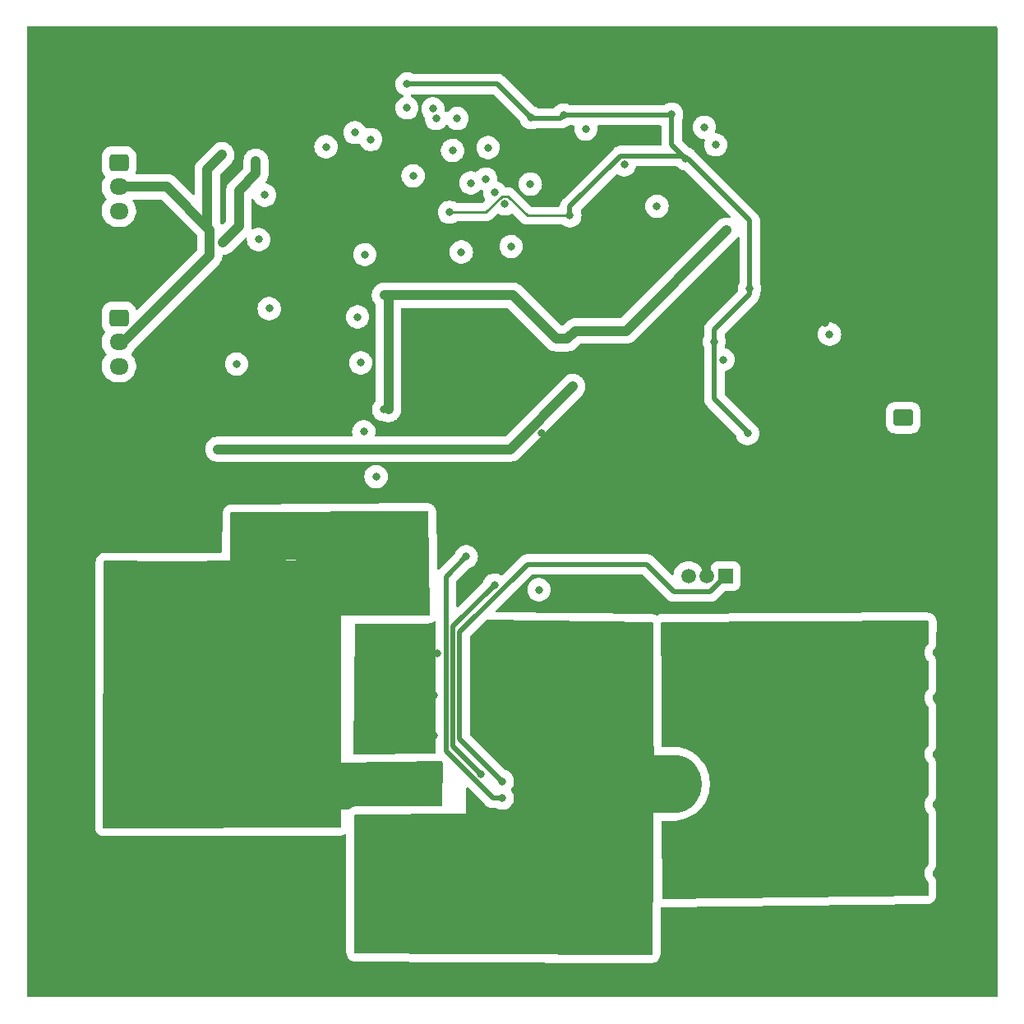
<source format=gbr>
%TF.GenerationSoftware,KiCad,Pcbnew,8.0.3*%
%TF.CreationDate,2024-07-08T19:31:20+01:00*%
%TF.ProjectId,PA_Power,50415f50-6f77-4657-922e-6b696361645f,rev?*%
%TF.SameCoordinates,Original*%
%TF.FileFunction,Copper,L3,Inr*%
%TF.FilePolarity,Positive*%
%FSLAX46Y46*%
G04 Gerber Fmt 4.6, Leading zero omitted, Abs format (unit mm)*
G04 Created by KiCad (PCBNEW 8.0.3) date 2024-07-08 19:31:20*
%MOMM*%
%LPD*%
G01*
G04 APERTURE LIST*
G04 Aperture macros list*
%AMRoundRect*
0 Rectangle with rounded corners*
0 $1 Rounding radius*
0 $2 $3 $4 $5 $6 $7 $8 $9 X,Y pos of 4 corners*
0 Add a 4 corners polygon primitive as box body*
4,1,4,$2,$3,$4,$5,$6,$7,$8,$9,$2,$3,0*
0 Add four circle primitives for the rounded corners*
1,1,$1+$1,$2,$3*
1,1,$1+$1,$4,$5*
1,1,$1+$1,$6,$7*
1,1,$1+$1,$8,$9*
0 Add four rect primitives between the rounded corners*
20,1,$1+$1,$2,$3,$4,$5,0*
20,1,$1+$1,$4,$5,$6,$7,0*
20,1,$1+$1,$6,$7,$8,$9,0*
20,1,$1+$1,$8,$9,$2,$3,0*%
%AMHorizOval*
0 Thick line with rounded ends*
0 $1 width*
0 $2 $3 position (X,Y) of the first rounded end (center of the circle)*
0 $4 $5 position (X,Y) of the second rounded end (center of the circle)*
0 Add line between two ends*
20,1,$1,$2,$3,$4,$5,0*
0 Add two circle primitives to create the rounded ends*
1,1,$1,$2,$3*
1,1,$1,$4,$5*%
G04 Aperture macros list end*
%TA.AperFunction,ComponentPad*%
%ADD10C,5.600000*%
%TD*%
%TA.AperFunction,ComponentPad*%
%ADD11O,1.950000X1.700000*%
%TD*%
%TA.AperFunction,ComponentPad*%
%ADD12RoundRect,0.250000X-0.725000X0.600000X-0.725000X-0.600000X0.725000X-0.600000X0.725000X0.600000X0*%
%TD*%
%TA.AperFunction,HeatsinkPad*%
%ADD13C,0.500000*%
%TD*%
%TA.AperFunction,ComponentPad*%
%ADD14O,2.000000X1.700000*%
%TD*%
%TA.AperFunction,ComponentPad*%
%ADD15RoundRect,0.250000X0.750000X-0.600000X0.750000X0.600000X-0.750000X0.600000X-0.750000X-0.600000X0*%
%TD*%
%TA.AperFunction,ComponentPad*%
%ADD16C,1.524000*%
%TD*%
%TA.AperFunction,ComponentPad*%
%ADD17C,2.500000*%
%TD*%
%TA.AperFunction,ComponentPad*%
%ADD18HorizOval,0.800000X0.000000X0.000000X0.000000X0.000000X0*%
%TD*%
%TA.AperFunction,ComponentPad*%
%ADD19HorizOval,0.800000X0.000000X0.000000X0.000000X0.000000X0*%
%TD*%
%TA.AperFunction,ComponentPad*%
%ADD20C,0.800000*%
%TD*%
%TA.AperFunction,ComponentPad*%
%ADD21O,9.000000X6.000000*%
%TD*%
%TA.AperFunction,ComponentPad*%
%ADD22C,1.500000*%
%TD*%
%TA.AperFunction,ComponentPad*%
%ADD23R,1.500000X1.500000*%
%TD*%
%TA.AperFunction,ViaPad*%
%ADD24C,1.000000*%
%TD*%
%TA.AperFunction,ViaPad*%
%ADD25C,0.800000*%
%TD*%
%TA.AperFunction,Conductor*%
%ADD26C,0.500000*%
%TD*%
%TA.AperFunction,Conductor*%
%ADD27C,1.000000*%
%TD*%
%TA.AperFunction,Conductor*%
%ADD28C,0.250000*%
%TD*%
G04 APERTURE END LIST*
D10*
%TO.N,GND*%
%TO.C,H5*%
X119000000Y-70000000D03*
%TD*%
D11*
%TO.N,GND*%
%TO.C,J5*%
X34500000Y-57500000D03*
%TO.N,Net-(D8-A1)*%
X34500000Y-55000000D03*
%TO.N,Net-(D7-A1)*%
X34500000Y-52500000D03*
D12*
%TO.N,Net-(D6-A1)*%
X34500000Y-50000000D03*
%TD*%
D11*
%TO.N,GND*%
%TO.C,J6*%
X34500000Y-41500000D03*
%TO.N,Net-(D8-A1)*%
X34500000Y-39000000D03*
%TO.N,Net-(D7-A1)*%
X34500000Y-36500000D03*
D12*
%TO.N,Net-(D6-A1)*%
X34500000Y-34000000D03*
%TD*%
D13*
%TO.N,GND*%
%TO.C,U3*%
X92620000Y-62390000D03*
X92620000Y-61390000D03*
X92620000Y-60390000D03*
X91320000Y-62390000D03*
X91320000Y-61390000D03*
X91320000Y-60390000D03*
%TD*%
D14*
%TO.N,GND*%
%TO.C,J7*%
X115300000Y-57790000D03*
D15*
%TO.N,Net-(D9-A1)*%
X115300000Y-60290000D03*
%TD*%
D16*
%TO.N,Net-(D5-A1)*%
%TO.C,J4*%
X116121400Y-89560000D03*
X116121400Y-84060000D03*
X116000000Y-107033800D03*
X116000000Y-101533800D03*
X116000000Y-96033800D03*
D17*
X114701400Y-92560000D03*
X114701400Y-86560000D03*
X114580000Y-104533800D03*
X114580000Y-98533800D03*
D16*
X113871400Y-89560000D03*
X113871400Y-84060000D03*
X113750000Y-107033800D03*
X113750000Y-101533800D03*
X113750000Y-96033800D03*
X111621400Y-89560000D03*
X111621400Y-84060000D03*
X111500000Y-107033800D03*
X111500000Y-101533800D03*
X111500000Y-96033800D03*
D17*
X109621400Y-92560000D03*
X109621400Y-86560000D03*
X109500000Y-104533800D03*
X109500000Y-98533800D03*
D16*
X109371400Y-89560000D03*
X109371400Y-84060000D03*
X109250000Y-107033800D03*
X109250000Y-101533800D03*
X109250000Y-96033800D03*
X107121400Y-89560000D03*
X107121400Y-84060000D03*
X107000000Y-107033800D03*
X107000000Y-101533800D03*
X107000000Y-96033800D03*
%TD*%
D10*
%TO.N,GND*%
%TO.C,H2*%
X31000000Y-70000000D03*
%TD*%
D16*
%TO.N,Net-(D1-A1)*%
%TO.C,J1*%
X44500000Y-87630000D03*
X44500000Y-82130000D03*
X44500000Y-76630000D03*
X44378600Y-99603800D03*
X44378600Y-94103800D03*
X42250000Y-87630000D03*
X42250000Y-82130000D03*
X42250000Y-76630000D03*
X42128600Y-99603800D03*
X42128600Y-94103800D03*
D17*
X42000000Y-85130000D03*
X42000000Y-79130000D03*
X41878600Y-97103800D03*
X41878600Y-91103800D03*
D16*
X40000000Y-87630000D03*
X40000000Y-82130000D03*
X40000000Y-76630000D03*
X39878600Y-99603800D03*
X39878600Y-94103800D03*
X37750000Y-87630000D03*
X37750000Y-82130000D03*
X37750000Y-76630000D03*
X37628600Y-99603800D03*
X37628600Y-94103800D03*
D17*
X36920000Y-85130000D03*
X36920000Y-79130000D03*
X36798600Y-97103800D03*
X36798600Y-91103800D03*
D16*
X35500000Y-87630000D03*
X35500000Y-82130000D03*
X35500000Y-76630000D03*
X35378600Y-99603800D03*
X35378600Y-94103800D03*
%TD*%
D18*
%TO.N,Net-(D5-A1)*%
%TO.C,U4*%
X96140000Y-97390000D03*
D19*
X96140000Y-98650000D03*
D20*
X96890000Y-96360000D03*
X96890000Y-99680000D03*
X98090000Y-95970000D03*
X98090000Y-100070000D03*
X99420000Y-95970000D03*
X99420000Y-100070000D03*
D21*
X100090000Y-98020000D03*
D20*
X100760000Y-95970000D03*
X100760000Y-100070000D03*
X102090000Y-95970000D03*
X102090000Y-100070000D03*
X103290000Y-96360000D03*
X103290000Y-99680000D03*
X104040000Y-97390000D03*
X104040000Y-98650000D03*
%TO.N,Net-(Q2-D)*%
X86140000Y-97390000D03*
X86140000Y-98650000D03*
X86890000Y-96360000D03*
X86890000Y-99680000D03*
X88090000Y-95970000D03*
X88090000Y-100070000D03*
X89420000Y-95970000D03*
X89420000Y-100070000D03*
D21*
X90090000Y-98020000D03*
D20*
X90760000Y-95970000D03*
X90760000Y-100070000D03*
X92090000Y-95970000D03*
X92090000Y-100070000D03*
X93290000Y-96360000D03*
X93290000Y-99680000D03*
D19*
X94040000Y-97390000D03*
D18*
X94040000Y-98650000D03*
D22*
%TO.N,/PA_Current*%
X93180000Y-76620000D03*
%TO.N,GND*%
X95090000Y-76620000D03*
D23*
%TO.N,+3.3V*%
X97000000Y-76620000D03*
%TD*%
D10*
%TO.N,GND*%
%TO.C,H3*%
X119000000Y-26000000D03*
%TD*%
%TO.N,GND*%
%TO.C,H4*%
X31000000Y-26000000D03*
%TD*%
D16*
%TO.N,GND*%
%TO.C,J2*%
X44500000Y-116260000D03*
X44500000Y-110760000D03*
X44500000Y-105260000D03*
X42250000Y-116260000D03*
X42250000Y-110760000D03*
X42250000Y-105260000D03*
D17*
X42000000Y-113760000D03*
X42000000Y-107760000D03*
D16*
X40000000Y-116260000D03*
X40000000Y-110760000D03*
X40000000Y-105260000D03*
X37750000Y-116260000D03*
X37750000Y-110760000D03*
X37750000Y-105260000D03*
D17*
X36920000Y-113760000D03*
X36920000Y-107760000D03*
D16*
X35500000Y-116260000D03*
X35500000Y-110760000D03*
X35500000Y-105260000D03*
%TD*%
D10*
%TO.N,GND*%
%TO.C,H1*%
X119000000Y-114000000D03*
%TD*%
D24*
%TO.N,Net-(D1-A1)*%
X62980000Y-77180000D03*
X62960000Y-79940000D03*
X63560000Y-74410000D03*
D25*
%TO.N,GND*%
X83980000Y-44330000D03*
X87780000Y-58360000D03*
X91930000Y-63400000D03*
X91890000Y-59420000D03*
%TO.N,Net-(J3-Pin_2)*%
X82600000Y-30545000D03*
X66849416Y-28481769D03*
X64175000Y-28385000D03*
X73220000Y-37113984D03*
%TO.N,Net-(J3-Pin_1)*%
X89930000Y-38520000D03*
X86560000Y-34230000D03*
%TO.N,+3.3V*%
X59080000Y-49920000D03*
X76980000Y-29390000D03*
X99257500Y-61930000D03*
X92877500Y-33615000D03*
X91440000Y-29010000D03*
X95836956Y-52475000D03*
X80300000Y-29120000D03*
X64180000Y-25920000D03*
X80960000Y-39490000D03*
X59830000Y-43490000D03*
X74000000Y-97760002D03*
X68554746Y-39130762D03*
X99475000Y-46992500D03*
%TO.N,GND*%
X96870000Y-46450000D03*
D24*
X103670000Y-111520000D03*
X46940000Y-116630000D03*
X118820000Y-84480000D03*
D25*
X114450000Y-43360000D03*
X107290000Y-50550000D03*
D24*
X99530000Y-111550000D03*
X123750000Y-100110000D03*
X100170000Y-79020000D03*
X26480000Y-76850000D03*
X118820000Y-100150000D03*
X122920000Y-79020000D03*
D25*
X59390000Y-28700000D03*
X115560000Y-47500000D03*
D24*
X118820000Y-89160000D03*
D25*
X65881992Y-36603008D03*
D24*
X51530000Y-108680000D03*
X115840000Y-79020000D03*
D25*
X55255000Y-21425000D03*
X79920000Y-34530000D03*
D24*
X123750000Y-94930000D03*
X56110000Y-104380000D03*
X46940000Y-112900000D03*
D25*
X111812500Y-53107546D03*
D24*
X56110000Y-116380000D03*
X118820000Y-94970000D03*
X31410000Y-115800000D03*
X56110000Y-108350000D03*
X104850000Y-79020000D03*
X80230000Y-79600000D03*
D25*
X99810000Y-36320000D03*
D24*
X51530000Y-104380000D03*
D25*
X106687142Y-46290658D03*
D24*
X104810000Y-74090000D03*
X123750000Y-89120000D03*
X115800000Y-74090000D03*
D25*
X78020000Y-61910000D03*
D24*
X123750000Y-107190000D03*
D25*
X77080000Y-38005000D03*
D24*
X122880000Y-74090000D03*
X31410000Y-87300000D03*
X110660000Y-79020000D03*
X83470000Y-79580000D03*
X123750000Y-84440000D03*
X26480000Y-99600000D03*
D25*
X86850000Y-62190000D03*
X115160000Y-33440000D03*
D24*
X31410000Y-99560000D03*
X91480000Y-111720000D03*
X76750000Y-79590000D03*
D25*
X67591212Y-31165014D03*
D24*
X72550000Y-117890000D03*
X31410000Y-81490000D03*
X31410000Y-92480000D03*
X31410000Y-76810000D03*
X26480000Y-111020000D03*
X56110000Y-112650000D03*
X51530000Y-116570000D03*
X86020000Y-79590000D03*
X26480000Y-87340000D03*
X100130000Y-74090000D03*
D25*
X101987500Y-45492500D03*
D24*
X118820000Y-107230000D03*
D25*
X78352233Y-47438859D03*
D24*
X26480000Y-81530000D03*
D25*
X109190000Y-45430000D03*
D24*
X46940000Y-104440000D03*
X110620000Y-74090000D03*
X91480000Y-115620000D03*
X31410000Y-110980000D03*
X46940000Y-108740000D03*
X51530000Y-112840000D03*
X26480000Y-105630000D03*
X88540000Y-79560000D03*
X26480000Y-115840000D03*
X99530000Y-114390000D03*
X26480000Y-92520000D03*
X31410000Y-105590000D03*
D25*
X53970000Y-47070000D03*
%TO.N,/PA_Current*%
X74898287Y-42660699D03*
%TO.N,/PA_Voltage*%
X76880000Y-36220000D03*
X60990000Y-66370000D03*
X74257412Y-38268604D03*
X69770000Y-43230000D03*
%TO.N,/Vgg_Voltage*%
X107710000Y-51700000D03*
X72294156Y-35706937D03*
%TO.N,+12V*%
X61844364Y-47680508D03*
X97110000Y-40990000D03*
X80655000Y-52188161D03*
X61765000Y-59450000D03*
%TO.N,/Vgg_On*%
X94810000Y-30380000D03*
X67190000Y-29475000D03*
X69340000Y-29475000D03*
X58815000Y-30925000D03*
D24*
%TO.N,Net-(D1-A1)*%
X56110000Y-91340000D03*
X56130000Y-83830000D03*
X51610000Y-77310000D03*
X46910000Y-96390000D03*
X51550000Y-83690000D03*
X65700000Y-70550000D03*
X51610000Y-70840000D03*
X47010000Y-99870000D03*
D25*
X62790000Y-99760000D03*
X62820000Y-98680000D03*
D24*
X46960000Y-83750000D03*
X56110000Y-86810000D03*
X46810000Y-80090000D03*
X51600000Y-99810000D03*
X51610000Y-80100000D03*
X51500000Y-96330000D03*
X51610000Y-74410000D03*
D25*
X66640000Y-99820000D03*
X66730000Y-96660000D03*
D24*
X56290000Y-77200000D03*
X46810000Y-77300000D03*
X60980000Y-70670000D03*
X46940000Y-86960000D03*
X51530000Y-86900000D03*
D25*
X59700000Y-99740000D03*
D24*
X46810000Y-70830000D03*
X60980000Y-79930000D03*
X56290000Y-70730000D03*
X46940000Y-91500000D03*
X56290000Y-74410000D03*
X56290000Y-79990000D03*
X56110000Y-99850000D03*
X46810000Y-74410000D03*
X51530000Y-91440000D03*
X56110000Y-96400000D03*
X65610000Y-74410000D03*
D25*
X62820000Y-97660000D03*
X59800000Y-96650000D03*
X66650000Y-98770000D03*
X66700000Y-97690000D03*
X62900000Y-96580000D03*
X59710000Y-98260000D03*
D24*
X60980000Y-77140000D03*
X60980000Y-74410000D03*
%TO.N,Net-(D5-A1)*%
X103670000Y-108690000D03*
X91520000Y-85790000D03*
X104120000Y-85890000D03*
X99330000Y-89380000D03*
X104120000Y-89480000D03*
X91710000Y-93350000D03*
X103670000Y-105570000D03*
X95390000Y-85720000D03*
X104120000Y-82010000D03*
X99330000Y-85790000D03*
X95300000Y-81980000D03*
X91490000Y-82070000D03*
X95210000Y-89410000D03*
X91480000Y-105640000D03*
X91480000Y-102360000D03*
X95080000Y-102310000D03*
X99530000Y-108720000D03*
X104120000Y-93320000D03*
X103670000Y-102200000D03*
X95240000Y-93280000D03*
X91550000Y-89440000D03*
X91480000Y-108990000D03*
X99330000Y-81910000D03*
X99530000Y-105600000D03*
X99330000Y-93220000D03*
X95080000Y-105490000D03*
X99530000Y-102230000D03*
D25*
%TO.N,Net-(D7-A1)*%
X43860965Y-40940966D03*
X45110000Y-33220000D03*
%TO.N,Net-(D8-A1)*%
X45190000Y-42240000D03*
X48620000Y-33880000D03*
D24*
%TO.N,Net-(Q2-D)*%
X84890000Y-114280000D03*
X76620000Y-82370000D03*
X76560000Y-88200000D03*
D25*
X67278654Y-84578654D03*
X67000000Y-108310000D03*
X61270000Y-108310000D03*
D24*
X84940000Y-88200000D03*
X85080000Y-103080000D03*
D25*
X72200000Y-108240000D03*
X72320000Y-84640000D03*
D24*
X77280000Y-100440000D03*
D25*
X62670000Y-92860000D03*
X66980000Y-93030000D03*
D24*
X77050000Y-108140000D03*
X77280000Y-103360000D03*
X89000000Y-94010000D03*
D25*
X66980000Y-88920000D03*
X62590000Y-89040000D03*
D24*
X85980000Y-82370000D03*
X80690000Y-114610000D03*
X81060000Y-103220000D03*
X84990000Y-94010000D03*
X80640000Y-94010000D03*
X88960000Y-88200000D03*
D25*
X72140000Y-103810000D03*
X61720000Y-113060000D03*
D24*
X76650000Y-94010000D03*
D25*
X72600000Y-89060000D03*
D24*
X88530000Y-114280000D03*
X83460000Y-82370000D03*
X88580000Y-108280000D03*
D25*
X72140000Y-112960000D03*
D24*
X76670000Y-114890000D03*
X88530000Y-82370000D03*
X80240000Y-82370000D03*
X88770000Y-102940000D03*
X84990000Y-108420000D03*
X77090000Y-96560000D03*
D25*
X67130000Y-103710000D03*
X62570000Y-84780000D03*
D24*
X81110000Y-108180000D03*
D25*
X66970000Y-112840000D03*
X72720000Y-92650000D03*
X61510000Y-103600000D03*
D24*
X80370000Y-88200000D03*
D25*
%TO.N,Net-(U5-AIN3)*%
X70748814Y-36112798D03*
X70280000Y-74610000D03*
X74000000Y-99480000D03*
%TO.N,Net-(U3-EN)*%
X81245000Y-57090000D03*
X44690000Y-63540000D03*
%TO.N,Net-(C11-Pad1)*%
X59410000Y-54640000D03*
X59730000Y-61740000D03*
%TO.N,Net-(C16-Pad1)*%
X48890000Y-41940000D03*
X49980000Y-49060000D03*
%TO.N,Net-(C21-Pad1)*%
X49520000Y-37370000D03*
X46620000Y-54770000D03*
%TO.N,/HV_On*%
X55830000Y-32390000D03*
X77769858Y-78020318D03*
%TO.N,/Vgg Cntrl*%
X95985005Y-32194995D03*
X60449968Y-31641242D03*
X68873008Y-32766992D03*
X72528008Y-32471992D03*
%TO.N,/12V_Good*%
X96740000Y-54316992D03*
X64801992Y-35378008D03*
%TO.N,Net-(D2-A)*%
X73193603Y-77533603D03*
X71790000Y-97040000D03*
%TD*%
D26*
%TO.N,+3.3V*%
X99257500Y-61777500D02*
X99257500Y-61930000D01*
X95836956Y-58356956D02*
X99257500Y-61777500D01*
X95836956Y-52475000D02*
X95836956Y-58356956D01*
D27*
%TO.N,+12V*%
X86730000Y-51370000D02*
X81473161Y-51370000D01*
X97110000Y-40990000D02*
X86730000Y-51370000D01*
X79596839Y-52188161D02*
X80655000Y-52188161D01*
X75089186Y-47680508D02*
X79596839Y-52188161D01*
X61844364Y-47680508D02*
X75089186Y-47680508D01*
X81473161Y-51370000D02*
X80655000Y-52188161D01*
%TO.N,Net-(U3-EN)*%
X74795000Y-63540000D02*
X81245000Y-57090000D01*
X44690000Y-63540000D02*
X74795000Y-63540000D01*
D26*
%TO.N,+3.3V*%
X91330000Y-29120000D02*
X91440000Y-29010000D01*
X92877500Y-33615000D02*
X93090000Y-33615000D01*
X86187207Y-33330000D02*
X92592500Y-33330000D01*
X73510000Y-25920000D02*
X76980000Y-29390000D01*
X99475000Y-40000000D02*
X99475000Y-46992500D01*
X91440000Y-32177500D02*
X91440000Y-29010000D01*
X74000000Y-97760002D02*
X73970002Y-97760002D01*
X93090000Y-33615000D02*
X99475000Y-40000000D01*
X92877500Y-33615000D02*
X91440000Y-32177500D01*
X92592500Y-33330000D02*
X92877500Y-33615000D01*
D28*
X72299238Y-39130762D02*
X68554746Y-39130762D01*
D26*
X76580000Y-75420000D02*
X88870000Y-75420000D01*
D28*
X74578428Y-37493604D02*
X73936396Y-37493604D01*
D26*
X80300000Y-29120000D02*
X79960000Y-29460000D01*
D28*
X76574824Y-39490000D02*
X74578428Y-37493604D01*
D26*
X64180000Y-25920000D02*
X73510000Y-25920000D01*
X95836956Y-51233044D02*
X99475000Y-47595000D01*
D28*
X73936396Y-37493604D02*
X72299238Y-39130762D01*
X80960000Y-39490000D02*
X76574824Y-39490000D01*
D26*
X73970002Y-97760002D02*
X69610000Y-93400000D01*
X91650000Y-78200000D02*
X95420000Y-78200000D01*
X79960000Y-29460000D02*
X77050000Y-29460000D01*
X80960000Y-39490000D02*
X80960000Y-38557207D01*
X95836956Y-52475000D02*
X95836956Y-51233044D01*
X80960000Y-38557207D02*
X86187207Y-33330000D01*
X99475000Y-47595000D02*
X99475000Y-46992500D01*
X88870000Y-75420000D02*
X91650000Y-78200000D01*
X69610000Y-93400000D02*
X69610000Y-82390000D01*
X80300000Y-29120000D02*
X91330000Y-29120000D01*
X69610000Y-82390000D02*
X76580000Y-75420000D01*
X77050000Y-29460000D02*
X76980000Y-29390000D01*
X95420000Y-78200000D02*
X97000000Y-76620000D01*
D27*
%TO.N,+12V*%
X62256928Y-48093072D02*
X62256928Y-59463072D01*
D26*
X61844364Y-47680508D02*
X62256928Y-48093072D01*
X62256928Y-59463072D02*
X61778072Y-59463072D01*
X61778072Y-59463072D02*
X61765000Y-59450000D01*
D27*
%TO.N,Net-(D7-A1)*%
X34970000Y-52500000D02*
X43860965Y-43609035D01*
X34500000Y-52500000D02*
X34970000Y-52500000D01*
X45110000Y-33220000D02*
X43610000Y-34720000D01*
X34500000Y-36500000D02*
X39419999Y-36500000D01*
X43610000Y-40690001D02*
X43860965Y-40940966D01*
X43610000Y-34720000D02*
X43610000Y-40690001D01*
X39419999Y-36500000D02*
X43860965Y-40940966D01*
X43860965Y-43609035D02*
X43860965Y-40940966D01*
%TO.N,Net-(D8-A1)*%
X46860000Y-40570000D02*
X45190000Y-42240000D01*
X48620000Y-35120000D02*
X46860000Y-36880000D01*
X46860000Y-36880000D02*
X46860000Y-40570000D01*
X48620000Y-33880000D02*
X48620000Y-35120000D01*
D26*
%TO.N,Net-(U5-AIN3)*%
X68210000Y-94662082D02*
X73027918Y-99480000D01*
X68210000Y-76680000D02*
X68210000Y-94662082D01*
X73027918Y-99480000D02*
X74000000Y-99480000D01*
X70280000Y-74610000D02*
X68210000Y-76680000D01*
%TO.N,Net-(D2-A)*%
X68910000Y-94160000D02*
X68910000Y-81817206D01*
X71790000Y-97040000D02*
X68910000Y-94160000D01*
X68910000Y-81817206D02*
X73193603Y-77533603D01*
%TD*%
%TA.AperFunction,Conductor*%
%TO.N,Net-(D1-A1)*%
G36*
X66324130Y-69910040D02*
G01*
X66370221Y-69962551D01*
X66381745Y-70013021D01*
X66529873Y-80451070D01*
X66528843Y-80468868D01*
X66514068Y-80582143D01*
X66485878Y-80646073D01*
X66427600Y-80684614D01*
X66391230Y-80690105D01*
X57342549Y-80698863D01*
X57330000Y-74920000D01*
X45919935Y-75013270D01*
X45988295Y-70141480D01*
X46008918Y-70074726D01*
X46062359Y-70029716D01*
X46111490Y-70019225D01*
X66256967Y-69890784D01*
X66324130Y-69910040D01*
G37*
%TD.AperFunction*%
%TD*%
%TA.AperFunction,Conductor*%
%TO.N,Net-(D1-A1)*%
G36*
X57342549Y-80698863D02*
G01*
X57342549Y-80698864D01*
X57375350Y-95803802D01*
X57385942Y-100681363D01*
X57385941Y-100681364D01*
X57389730Y-102426034D01*
X57370191Y-102493116D01*
X57317486Y-102538985D01*
X57266033Y-102550303D01*
X32974574Y-102609695D01*
X32907487Y-102590174D01*
X32861603Y-102537482D01*
X32850271Y-102485425D01*
X32909729Y-75174135D01*
X32929560Y-75107142D01*
X32982463Y-75061502D01*
X33034137Y-75050409D01*
X33847776Y-75053089D01*
X38979959Y-75070000D01*
X38979970Y-75069999D01*
X38980000Y-75070000D01*
X57330000Y-74920000D01*
X57342549Y-80698863D01*
G37*
%TD.AperFunction*%
%TD*%
%TA.AperFunction,Conductor*%
%TO.N,Net-(Q2-D)*%
G36*
X70210000Y-115569999D02*
G01*
X58853460Y-115520537D01*
X58786507Y-115500560D01*
X58740982Y-115447558D01*
X58730000Y-115396538D01*
X58730000Y-101283360D01*
X58749685Y-101216321D01*
X58802489Y-101170566D01*
X58853356Y-101159362D01*
X70251977Y-101100454D01*
X70210000Y-115569999D01*
G37*
%TD.AperFunction*%
%TD*%
%TA.AperFunction,Conductor*%
%TO.N,Net-(Q2-D)*%
G36*
X67094609Y-81284866D02*
G01*
X67144158Y-81334127D01*
X67159500Y-81393871D01*
X67159500Y-94760279D01*
X67139815Y-94827318D01*
X67087011Y-94873073D01*
X67036963Y-94884270D01*
X58809271Y-94981330D01*
X58742004Y-94962438D01*
X58695629Y-94910177D01*
X58683814Y-94856107D01*
X58684100Y-94827318D01*
X58815274Y-81625584D01*
X58835624Y-81558745D01*
X58888880Y-81513517D01*
X58939145Y-81502818D01*
X66392010Y-81495605D01*
X66511478Y-81486579D01*
X66547848Y-81481088D01*
X66711281Y-81438507D01*
X66871926Y-81356481D01*
X66930204Y-81317940D01*
X66960902Y-81294819D01*
X67026293Y-81270213D01*
X67094609Y-81284866D01*
G37*
%TD.AperFunction*%
%TD*%
%TA.AperFunction,Conductor*%
%TO.N,GND*%
G36*
X124943039Y-20019685D02*
G01*
X124988794Y-20072489D01*
X125000000Y-20124000D01*
X125000000Y-119876000D01*
X124980315Y-119943039D01*
X124927511Y-119988794D01*
X124876000Y-120000000D01*
X50055000Y-120000000D01*
X25183888Y-119990049D01*
X25116857Y-119970338D01*
X25071123Y-119917515D01*
X25059938Y-119866111D01*
X25058233Y-116457428D01*
X25051245Y-102483670D01*
X32044773Y-102483670D01*
X32063202Y-102656760D01*
X32074528Y-102708784D01*
X32084781Y-102750503D01*
X32151660Y-102918025D01*
X32254134Y-103066453D01*
X32254146Y-103066469D01*
X32299999Y-103119125D01*
X32300023Y-103119152D01*
X32369148Y-103189358D01*
X32369151Y-103189361D01*
X32515970Y-103294123D01*
X32515976Y-103294127D01*
X32682436Y-103363597D01*
X32749523Y-103383118D01*
X32797254Y-103395435D01*
X32976543Y-103415193D01*
X57268002Y-103355801D01*
X57439080Y-103336995D01*
X57490533Y-103325677D01*
X57530289Y-103315867D01*
X57697826Y-103249036D01*
X57730081Y-103226780D01*
X57796437Y-103204912D01*
X57864085Y-103222389D01*
X57911546Y-103273665D01*
X57924500Y-103328845D01*
X57924500Y-115396539D01*
X57942536Y-115566038D01*
X57953516Y-115617052D01*
X57962734Y-115655307D01*
X58028471Y-115823268D01*
X58028474Y-115823274D01*
X58092928Y-115918001D01*
X58129941Y-115972400D01*
X58129943Y-115972403D01*
X58129945Y-115972405D01*
X58129948Y-115972410D01*
X58175452Y-116025387D01*
X58175478Y-116025416D01*
X58244096Y-116096061D01*
X58244102Y-116096066D01*
X58244104Y-116096068D01*
X58390217Y-116201833D01*
X58556200Y-116272434D01*
X58623153Y-116292411D01*
X58670801Y-116305053D01*
X58849952Y-116326029D01*
X70206244Y-116375489D01*
X70206243Y-116375511D01*
X70206344Y-116375489D01*
X86786415Y-116461487D01*
X89361960Y-116474846D01*
X89361960Y-116474845D01*
X89361976Y-116474846D01*
X89532809Y-116457428D01*
X89584239Y-116446552D01*
X89623717Y-116437159D01*
X89791821Y-116371767D01*
X89941159Y-116270608D01*
X89994255Y-116225193D01*
X90065077Y-116156686D01*
X90171141Y-116010791D01*
X90242081Y-115844952D01*
X90262195Y-115778040D01*
X90274933Y-115730426D01*
X90296277Y-115551319D01*
X90326522Y-110834269D01*
X90346636Y-110767360D01*
X90399732Y-110721945D01*
X90462918Y-110711689D01*
X90584774Y-110723938D01*
X117797212Y-110396913D01*
X117893165Y-110385729D01*
X117963341Y-110377551D01*
X117963342Y-110377550D01*
X117963348Y-110377550D01*
X118013330Y-110366371D01*
X118048362Y-110357707D01*
X118216067Y-110291297D01*
X118364789Y-110189235D01*
X118417609Y-110143499D01*
X118488015Y-110074565D01*
X118593193Y-109928029D01*
X118663127Y-109761764D01*
X118682835Y-109694732D01*
X118695284Y-109647040D01*
X118715543Y-109467807D01*
X118715984Y-108211360D01*
X118711383Y-108125108D01*
X118708549Y-108098706D01*
X118682796Y-107965633D01*
X118614620Y-107798639D01*
X118581135Y-107737316D01*
X118581128Y-107737303D01*
X118556204Y-107694805D01*
X118556203Y-107694804D01*
X118556201Y-107694800D01*
X118443740Y-107553777D01*
X118443724Y-107553761D01*
X118442570Y-107552469D01*
X118433458Y-107540968D01*
X118395902Y-107487332D01*
X118385095Y-107468614D01*
X118357657Y-107409773D01*
X118350264Y-107389461D01*
X118333464Y-107326762D01*
X118329711Y-107305474D01*
X118324054Y-107240803D01*
X118324054Y-107219192D01*
X118329711Y-107154522D01*
X118333463Y-107133240D01*
X118350264Y-107070533D01*
X118357657Y-107050224D01*
X118385098Y-106991377D01*
X118395896Y-106972674D01*
X118433351Y-106919182D01*
X118443427Y-106906857D01*
X118443324Y-106906765D01*
X118501942Y-106841517D01*
X118501961Y-106841496D01*
X118518571Y-106820892D01*
X118594326Y-106708823D01*
X118664260Y-106542558D01*
X118683968Y-106475526D01*
X118696417Y-106427835D01*
X118716676Y-106248601D01*
X118718475Y-101133851D01*
X118713874Y-101047599D01*
X118711040Y-101021197D01*
X118685287Y-100888124D01*
X118617111Y-100721130D01*
X118583626Y-100659807D01*
X118583619Y-100659794D01*
X118558695Y-100617296D01*
X118558694Y-100617295D01*
X118558692Y-100617291D01*
X118446231Y-100476268D01*
X118443911Y-100473672D01*
X118444065Y-100473533D01*
X118433138Y-100460511D01*
X118395902Y-100407332D01*
X118385095Y-100388614D01*
X118357657Y-100329773D01*
X118350264Y-100309461D01*
X118344694Y-100288674D01*
X118333463Y-100246759D01*
X118329711Y-100225474D01*
X118327607Y-100201425D01*
X118324054Y-100160801D01*
X118324054Y-100139192D01*
X118329711Y-100074522D01*
X118333463Y-100053240D01*
X118350264Y-99990533D01*
X118357657Y-99970224D01*
X118385098Y-99911377D01*
X118395898Y-99892670D01*
X118433136Y-99839488D01*
X118445870Y-99824320D01*
X118445817Y-99824272D01*
X118445823Y-99824265D01*
X118445790Y-99824234D01*
X118446883Y-99823079D01*
X118446926Y-99823037D01*
X118504466Y-99758989D01*
X118521076Y-99738384D01*
X118596819Y-99626330D01*
X118666753Y-99460065D01*
X118686461Y-99393033D01*
X118698910Y-99345342D01*
X118719169Y-99166108D01*
X118720298Y-95955674D01*
X118715697Y-95869422D01*
X118712863Y-95843020D01*
X118687110Y-95709947D01*
X118618934Y-95542953D01*
X118585449Y-95481630D01*
X118585442Y-95481617D01*
X118560518Y-95439119D01*
X118560517Y-95439118D01*
X118560515Y-95439114D01*
X118448054Y-95298091D01*
X118447032Y-95297069D01*
X118433138Y-95280511D01*
X118395902Y-95227332D01*
X118385095Y-95208614D01*
X118357657Y-95149773D01*
X118350264Y-95129461D01*
X118333464Y-95066762D01*
X118329711Y-95045474D01*
X118324054Y-94980803D01*
X118324054Y-94959192D01*
X118329711Y-94894522D01*
X118333463Y-94873240D01*
X118350264Y-94810533D01*
X118357657Y-94790224D01*
X118385098Y-94731377D01*
X118395898Y-94712670D01*
X118433134Y-94659492D01*
X118447040Y-94642923D01*
X118447302Y-94642660D01*
X118448750Y-94641213D01*
X118506290Y-94577165D01*
X118522900Y-94556560D01*
X118598643Y-94444506D01*
X118668577Y-94278241D01*
X118688285Y-94211209D01*
X118700734Y-94163518D01*
X118720993Y-93984284D01*
X118722342Y-90147718D01*
X118717741Y-90061466D01*
X118714907Y-90035064D01*
X118689154Y-89901991D01*
X118620978Y-89734997D01*
X118587493Y-89673674D01*
X118587486Y-89673661D01*
X118562562Y-89631163D01*
X118562561Y-89631162D01*
X118562559Y-89631158D01*
X118450098Y-89490135D01*
X118447032Y-89487069D01*
X118433138Y-89470511D01*
X118395902Y-89417332D01*
X118385095Y-89398614D01*
X118357657Y-89339773D01*
X118350264Y-89319461D01*
X118333464Y-89256762D01*
X118329711Y-89235474D01*
X118324054Y-89170803D01*
X118324054Y-89149192D01*
X118329711Y-89084522D01*
X118333463Y-89063240D01*
X118350264Y-89000533D01*
X118357657Y-88980224D01*
X118385098Y-88921377D01*
X118395893Y-88902678D01*
X118433142Y-88849480D01*
X118447040Y-88832922D01*
X118450795Y-88829168D01*
X118508335Y-88765120D01*
X118524945Y-88744515D01*
X118600688Y-88632461D01*
X118670622Y-88466196D01*
X118690330Y-88399164D01*
X118702779Y-88351473D01*
X118723038Y-88172239D01*
X118723989Y-85469365D01*
X118719388Y-85383113D01*
X118716554Y-85356711D01*
X118690801Y-85223638D01*
X118622625Y-85056644D01*
X118589140Y-84995321D01*
X118589133Y-84995308D01*
X118564209Y-84952810D01*
X118564208Y-84952809D01*
X118564206Y-84952805D01*
X118451745Y-84811782D01*
X118447032Y-84807069D01*
X118433138Y-84790511D01*
X118395902Y-84737332D01*
X118385095Y-84718614D01*
X118357657Y-84659773D01*
X118350264Y-84639461D01*
X118333464Y-84576762D01*
X118329711Y-84555474D01*
X118324054Y-84490803D01*
X118324054Y-84469192D01*
X118329711Y-84404522D01*
X118333463Y-84383240D01*
X118350264Y-84320533D01*
X118357657Y-84300224D01*
X118385098Y-84241377D01*
X118395898Y-84222670D01*
X118433134Y-84169492D01*
X118447027Y-84152934D01*
X118452443Y-84147520D01*
X118509983Y-84083472D01*
X118526593Y-84062867D01*
X118602336Y-83950813D01*
X118672270Y-83784548D01*
X118691978Y-83717516D01*
X118704427Y-83669825D01*
X118724686Y-83490592D01*
X118725456Y-81304959D01*
X118706640Y-81131592D01*
X118695171Y-81079464D01*
X118684746Y-81037484D01*
X118617427Y-80870142D01*
X118617426Y-80870140D01*
X118617425Y-80870138D01*
X118514567Y-80721985D01*
X118514566Y-80721984D01*
X118514560Y-80721975D01*
X118468538Y-80669404D01*
X118420684Y-80621058D01*
X118399217Y-80599371D01*
X118399216Y-80599370D01*
X118399214Y-80599368D01*
X118252109Y-80494988D01*
X118252106Y-80494986D01*
X118252105Y-80494986D01*
X118252103Y-80494985D01*
X118085464Y-80425959D01*
X118085458Y-80425958D01*
X118018331Y-80406618D01*
X117970574Y-80394427D01*
X117791247Y-80375144D01*
X117791239Y-80375143D01*
X117791235Y-80375143D01*
X117791232Y-80375143D01*
X117791217Y-80375142D01*
X90479681Y-80513880D01*
X90479651Y-80513881D01*
X90309306Y-80532988D01*
X90309302Y-80532989D01*
X90258047Y-80544360D01*
X90218962Y-80554062D01*
X90218950Y-80554066D01*
X90051488Y-80621058D01*
X90051478Y-80621063D01*
X89998910Y-80657409D01*
X89932573Y-80679343D01*
X89878829Y-80669077D01*
X89811552Y-80639741D01*
X89736702Y-80607102D01*
X89669936Y-80586522D01*
X89669933Y-80586521D01*
X89669926Y-80586519D01*
X89622414Y-80573451D01*
X89443462Y-80550855D01*
X73446852Y-80336466D01*
X73380083Y-80315885D01*
X73335039Y-80262472D01*
X73326024Y-80193187D01*
X73355898Y-80130026D01*
X73360814Y-80124815D01*
X75465314Y-78020317D01*
X76564215Y-78020317D01*
X76564215Y-78020318D01*
X76584742Y-78241853D01*
X76584743Y-78241855D01*
X76645627Y-78455841D01*
X76645633Y-78455856D01*
X76744796Y-78655001D01*
X76744801Y-78655009D01*
X76878878Y-78832556D01*
X77043295Y-78982441D01*
X77043297Y-78982443D01*
X77232453Y-79099563D01*
X77232454Y-79099563D01*
X77232457Y-79099565D01*
X77439918Y-79179936D01*
X77658615Y-79220818D01*
X77658617Y-79220818D01*
X77881099Y-79220818D01*
X77881101Y-79220818D01*
X78099798Y-79179936D01*
X78307259Y-79099565D01*
X78496420Y-78982442D01*
X78660839Y-78832554D01*
X78794916Y-78655007D01*
X78894087Y-78455846D01*
X78954973Y-78241854D01*
X78975501Y-78020318D01*
X78954973Y-77798782D01*
X78894087Y-77584790D01*
X78876393Y-77549255D01*
X78794919Y-77385634D01*
X78794914Y-77385626D01*
X78660837Y-77208079D01*
X78496420Y-77058194D01*
X78496418Y-77058192D01*
X78307262Y-76941072D01*
X78307256Y-76941070D01*
X78099798Y-76860700D01*
X77881101Y-76819818D01*
X77658615Y-76819818D01*
X77439918Y-76860700D01*
X77308722Y-76911525D01*
X77232459Y-76941070D01*
X77232453Y-76941072D01*
X77043297Y-77058192D01*
X77043295Y-77058194D01*
X76878878Y-77208079D01*
X76744801Y-77385626D01*
X76744796Y-77385634D01*
X76645633Y-77584779D01*
X76645627Y-77584794D01*
X76584743Y-77798780D01*
X76584742Y-77798782D01*
X76564215Y-78020317D01*
X75465314Y-78020317D01*
X76978813Y-76506819D01*
X77040136Y-76473334D01*
X77066494Y-76470500D01*
X88383507Y-76470500D01*
X88450546Y-76490185D01*
X88471188Y-76506819D01*
X90980341Y-79015974D01*
X90980345Y-79015977D01*
X91152395Y-79130938D01*
X91152408Y-79130945D01*
X91343575Y-79210128D01*
X91343580Y-79210130D01*
X91343584Y-79210130D01*
X91343585Y-79210131D01*
X91546532Y-79250501D01*
X91546535Y-79250501D01*
X91759579Y-79250501D01*
X91759599Y-79250500D01*
X95523466Y-79250500D01*
X95523467Y-79250499D01*
X95726420Y-79210130D01*
X95917598Y-79130941D01*
X95963975Y-79099953D01*
X96089655Y-79015977D01*
X96235977Y-78869655D01*
X96235978Y-78869653D01*
X96243044Y-78862587D01*
X96243046Y-78862583D01*
X96898812Y-78206819D01*
X96960135Y-78173334D01*
X96986493Y-78170500D01*
X97794957Y-78170500D01*
X97794958Y-78170499D01*
X97862104Y-78162934D01*
X97929249Y-78155369D01*
X97929252Y-78155368D01*
X97929255Y-78155368D01*
X98099522Y-78095789D01*
X98252262Y-77999816D01*
X98379816Y-77872262D01*
X98475789Y-77719522D01*
X98535368Y-77549255D01*
X98550500Y-77414954D01*
X98550500Y-75825046D01*
X98543470Y-75762651D01*
X98535369Y-75690750D01*
X98535368Y-75690745D01*
X98475788Y-75520476D01*
X98379815Y-75367737D01*
X98252262Y-75240184D01*
X98099523Y-75144211D01*
X97929254Y-75084631D01*
X97929249Y-75084630D01*
X97794960Y-75069500D01*
X97794954Y-75069500D01*
X96205046Y-75069500D01*
X96205039Y-75069500D01*
X96070750Y-75084630D01*
X96070745Y-75084631D01*
X95900476Y-75144211D01*
X95747737Y-75240184D01*
X95620184Y-75367737D01*
X95524211Y-75520476D01*
X95464631Y-75690745D01*
X95464630Y-75690750D01*
X95449500Y-75825039D01*
X95449500Y-76633507D01*
X95429815Y-76700546D01*
X95413181Y-76721188D01*
X95021188Y-77113181D01*
X94959865Y-77146666D01*
X94933507Y-77149500D01*
X94804728Y-77149500D01*
X94737689Y-77129815D01*
X94691934Y-77077011D01*
X94681990Y-77007853D01*
X94684150Y-76996572D01*
X94716146Y-76863302D01*
X94735294Y-76620000D01*
X94716146Y-76376698D01*
X94659172Y-76139388D01*
X94605721Y-76010345D01*
X94565777Y-75913910D01*
X94438262Y-75705826D01*
X94438261Y-75705823D01*
X94402453Y-75663897D01*
X94279759Y-75520241D01*
X94101201Y-75367738D01*
X94094176Y-75361738D01*
X94094173Y-75361737D01*
X93886089Y-75234222D01*
X93660618Y-75140830D01*
X93660621Y-75140830D01*
X93554992Y-75115470D01*
X93423302Y-75083854D01*
X93423300Y-75083853D01*
X93423297Y-75083853D01*
X93180000Y-75064706D01*
X92936702Y-75083853D01*
X92699380Y-75140830D01*
X92473910Y-75234222D01*
X92265826Y-75361737D01*
X92265823Y-75361738D01*
X92080241Y-75520241D01*
X91921738Y-75705823D01*
X91921737Y-75705826D01*
X91794222Y-75913910D01*
X91700830Y-76139380D01*
X91643853Y-76376702D01*
X91640769Y-76415888D01*
X91615884Y-76481176D01*
X91559652Y-76522646D01*
X91489927Y-76527132D01*
X91429470Y-76493838D01*
X89693047Y-74757416D01*
X89693044Y-74757412D01*
X89693044Y-74757413D01*
X89685977Y-74750346D01*
X89685977Y-74750345D01*
X89539655Y-74604023D01*
X89367598Y-74489059D01*
X89277169Y-74451602D01*
X89176420Y-74409870D01*
X89176412Y-74409868D01*
X88973469Y-74369500D01*
X88973465Y-74369500D01*
X76689600Y-74369500D01*
X76689580Y-74369499D01*
X76683466Y-74369499D01*
X76476535Y-74369499D01*
X76476533Y-74369499D01*
X76307253Y-74403172D01*
X76273580Y-74409870D01*
X76273579Y-74409870D01*
X76273576Y-74409871D01*
X76239239Y-74424093D01*
X76217585Y-74433063D01*
X76182275Y-74447688D01*
X76082404Y-74489056D01*
X76082395Y-74489061D01*
X75910345Y-74604022D01*
X75910341Y-74604025D01*
X74003649Y-76510717D01*
X73942326Y-76544202D01*
X73872634Y-76539218D01*
X73850696Y-76528466D01*
X73731004Y-76454356D01*
X73523543Y-76373985D01*
X73304846Y-76333103D01*
X73082360Y-76333103D01*
X72863663Y-76373985D01*
X72755499Y-76415888D01*
X72656204Y-76454355D01*
X72656198Y-76454357D01*
X72467042Y-76571477D01*
X72467040Y-76571479D01*
X72302623Y-76721364D01*
X72168546Y-76898911D01*
X72168539Y-76898923D01*
X72069378Y-77098065D01*
X72069371Y-77098083D01*
X72048709Y-77170703D01*
X72017124Y-77224449D01*
X69472181Y-79769393D01*
X69410858Y-79802878D01*
X69341166Y-79797894D01*
X69285233Y-79756022D01*
X69260816Y-79690558D01*
X69260500Y-79681712D01*
X69260500Y-77166492D01*
X69280185Y-77099453D01*
X69296814Y-77078816D01*
X70585034Y-75790595D01*
X70627914Y-75762654D01*
X70817401Y-75689247D01*
X71006562Y-75572124D01*
X71170981Y-75422236D01*
X71305058Y-75244689D01*
X71404229Y-75045528D01*
X71465115Y-74831536D01*
X71485643Y-74610000D01*
X71465115Y-74388464D01*
X71404229Y-74174472D01*
X71396887Y-74159727D01*
X71305061Y-73975316D01*
X71305056Y-73975308D01*
X71170979Y-73797761D01*
X71006562Y-73647876D01*
X71006560Y-73647874D01*
X70817404Y-73530754D01*
X70817398Y-73530752D01*
X70609940Y-73450382D01*
X70391243Y-73409500D01*
X70168757Y-73409500D01*
X69950060Y-73450382D01*
X69818864Y-73501207D01*
X69742601Y-73530752D01*
X69742595Y-73530754D01*
X69553439Y-73647874D01*
X69553437Y-73647876D01*
X69389020Y-73797761D01*
X69254943Y-73975308D01*
X69254936Y-73975320D01*
X69155775Y-74174462D01*
X69155768Y-74174480D01*
X69135106Y-74247100D01*
X69103521Y-74300846D01*
X67540348Y-75864020D01*
X67540344Y-75864024D01*
X67481640Y-75922727D01*
X67420317Y-75956211D01*
X67350625Y-75951226D01*
X67294692Y-75909355D01*
X67270276Y-75843890D01*
X67269972Y-75836805D01*
X67252562Y-74609999D01*
X67187164Y-70001591D01*
X67167034Y-69833713D01*
X67155510Y-69783243D01*
X67146198Y-69746472D01*
X67078660Y-69579218D01*
X66975599Y-69431187D01*
X66929508Y-69378676D01*
X66929503Y-69378670D01*
X66860101Y-69308737D01*
X66776374Y-69249491D01*
X66712861Y-69204548D01*
X66607129Y-69160912D01*
X66546127Y-69135736D01*
X66478964Y-69116480D01*
X66431197Y-69104353D01*
X66251839Y-69085300D01*
X66251814Y-69085299D01*
X46106361Y-69213740D01*
X46106334Y-69213742D01*
X45943295Y-69231482D01*
X45943266Y-69231487D01*
X45894161Y-69241973D01*
X45862159Y-69249491D01*
X45693562Y-69313601D01*
X45543461Y-69413619D01*
X45490019Y-69458629D01*
X45418685Y-69526587D01*
X45311514Y-69671666D01*
X45239305Y-69836969D01*
X45218690Y-69903698D01*
X45205581Y-69951245D01*
X45182875Y-70130167D01*
X45182874Y-70130184D01*
X45127268Y-74092971D01*
X45106645Y-74159727D01*
X45053204Y-74204737D01*
X45004294Y-74215227D01*
X38978733Y-74264483D01*
X38977310Y-74264486D01*
X33850515Y-74247592D01*
X33850125Y-74247592D01*
X33036791Y-74244912D01*
X33036788Y-74244913D01*
X32865069Y-74262852D01*
X32813388Y-74273946D01*
X32773031Y-74283705D01*
X32605206Y-74349808D01*
X32456287Y-74451608D01*
X32403396Y-74497239D01*
X32403386Y-74497247D01*
X32332881Y-74566027D01*
X32227429Y-74712372D01*
X32227428Y-74712374D01*
X32157185Y-74878516D01*
X32137358Y-74945496D01*
X32124817Y-74993182D01*
X32104231Y-75172377D01*
X32044773Y-102483670D01*
X25051245Y-102483670D01*
X25033187Y-66369999D01*
X59784357Y-66369999D01*
X59784357Y-66370000D01*
X59804884Y-66591535D01*
X59804885Y-66591537D01*
X59865769Y-66805523D01*
X59865775Y-66805538D01*
X59964938Y-67004683D01*
X59964943Y-67004691D01*
X60099020Y-67182238D01*
X60263437Y-67332123D01*
X60263439Y-67332125D01*
X60452595Y-67449245D01*
X60452596Y-67449245D01*
X60452599Y-67449247D01*
X60660060Y-67529618D01*
X60878757Y-67570500D01*
X60878759Y-67570500D01*
X61101241Y-67570500D01*
X61101243Y-67570500D01*
X61319940Y-67529618D01*
X61527401Y-67449247D01*
X61716562Y-67332124D01*
X61880981Y-67182236D01*
X62015058Y-67004689D01*
X62114229Y-66805528D01*
X62175115Y-66591536D01*
X62195643Y-66370000D01*
X62175115Y-66148464D01*
X62114229Y-65934472D01*
X62114224Y-65934461D01*
X62015061Y-65735316D01*
X62015056Y-65735308D01*
X61880979Y-65557761D01*
X61716562Y-65407876D01*
X61716560Y-65407874D01*
X61527404Y-65290754D01*
X61527398Y-65290752D01*
X61319940Y-65210382D01*
X61101243Y-65169500D01*
X60878757Y-65169500D01*
X60660060Y-65210382D01*
X60528864Y-65261207D01*
X60452601Y-65290752D01*
X60452595Y-65290754D01*
X60263439Y-65407874D01*
X60263437Y-65407876D01*
X60099020Y-65557761D01*
X59964943Y-65735308D01*
X59964938Y-65735316D01*
X59865775Y-65934461D01*
X59865769Y-65934476D01*
X59804885Y-66148462D01*
X59804884Y-66148464D01*
X59784357Y-66369999D01*
X25033187Y-66369999D01*
X25031721Y-63437648D01*
X43389500Y-63437648D01*
X43389500Y-63642351D01*
X43421522Y-63844534D01*
X43484781Y-64039223D01*
X43577715Y-64221613D01*
X43698028Y-64387213D01*
X43842786Y-64531971D01*
X43997749Y-64644556D01*
X44008390Y-64652287D01*
X44124607Y-64711503D01*
X44190776Y-64745218D01*
X44190778Y-64745218D01*
X44190781Y-64745220D01*
X44288116Y-64776846D01*
X44385465Y-64808477D01*
X44486557Y-64824488D01*
X44587648Y-64840500D01*
X44587649Y-64840500D01*
X74897351Y-64840500D01*
X74897352Y-64840500D01*
X75099535Y-64808477D01*
X75196876Y-64776848D01*
X75294219Y-64745220D01*
X75385414Y-64698753D01*
X75476611Y-64652287D01*
X75642219Y-64531966D01*
X82236966Y-57937219D01*
X82357286Y-57771611D01*
X82450220Y-57589218D01*
X82513476Y-57394535D01*
X82545500Y-57192352D01*
X82545500Y-56987649D01*
X82513476Y-56785466D01*
X82513475Y-56785462D01*
X82513475Y-56785461D01*
X82450221Y-56590784D01*
X82450220Y-56590781D01*
X82357286Y-56408390D01*
X82248699Y-56258931D01*
X82236966Y-56242782D01*
X82092218Y-56098034D01*
X81926610Y-55977714D01*
X81926611Y-55977714D01*
X81926609Y-55977713D01*
X81744218Y-55884779D01*
X81744215Y-55884778D01*
X81549536Y-55821524D01*
X81411231Y-55799618D01*
X81347351Y-55789500D01*
X81142648Y-55789500D01*
X81078768Y-55799618D01*
X80940463Y-55821524D01*
X80940460Y-55821524D01*
X80745784Y-55884778D01*
X80563390Y-55977713D01*
X80563388Y-55977714D01*
X80397784Y-56098030D01*
X80397782Y-56098032D01*
X74292634Y-62203181D01*
X74231311Y-62236666D01*
X74204953Y-62239500D01*
X61000230Y-62239500D01*
X60933191Y-62219815D01*
X60887436Y-62167011D01*
X60877492Y-62097853D01*
X60880964Y-62081566D01*
X60915114Y-61961538D01*
X60915115Y-61961535D01*
X60935643Y-61740000D01*
X60935643Y-61739999D01*
X60915115Y-61518464D01*
X60915114Y-61518462D01*
X60908289Y-61494476D01*
X60854229Y-61304472D01*
X60849670Y-61295316D01*
X60755061Y-61105316D01*
X60755056Y-61105308D01*
X60620979Y-60927761D01*
X60456562Y-60777876D01*
X60456560Y-60777874D01*
X60267404Y-60660754D01*
X60267398Y-60660752D01*
X60059940Y-60580382D01*
X59841243Y-60539500D01*
X59618757Y-60539500D01*
X59400060Y-60580382D01*
X59268864Y-60631207D01*
X59192601Y-60660752D01*
X59192595Y-60660754D01*
X59003439Y-60777874D01*
X59003437Y-60777876D01*
X58839020Y-60927761D01*
X58704943Y-61105308D01*
X58704938Y-61105316D01*
X58605775Y-61304461D01*
X58605769Y-61304476D01*
X58544885Y-61518462D01*
X58544884Y-61518464D01*
X58524357Y-61739999D01*
X58524357Y-61740000D01*
X58544884Y-61961535D01*
X58544885Y-61961538D01*
X58579036Y-62081566D01*
X58578449Y-62151433D01*
X58540182Y-62209892D01*
X58476385Y-62238382D01*
X58459770Y-62239500D01*
X44587648Y-62239500D01*
X44563329Y-62243351D01*
X44385465Y-62271522D01*
X44190776Y-62334781D01*
X44008386Y-62427715D01*
X43842786Y-62548028D01*
X43698028Y-62692786D01*
X43577715Y-62858386D01*
X43484781Y-63040776D01*
X43421522Y-63235465D01*
X43389500Y-63437648D01*
X25031721Y-63437648D01*
X25016675Y-33348392D01*
X32724500Y-33348392D01*
X32724500Y-34651608D01*
X32728700Y-34694247D01*
X32739699Y-34805932D01*
X32766625Y-34894696D01*
X32799768Y-35003954D01*
X32897315Y-35186450D01*
X32934304Y-35231522D01*
X33028586Y-35346406D01*
X33028588Y-35346407D01*
X33028590Y-35346410D01*
X33028687Y-35346489D01*
X33028725Y-35346545D01*
X33032893Y-35350713D01*
X33032102Y-35351503D01*
X33068024Y-35404232D01*
X33069899Y-35474076D01*
X33050345Y-35515231D01*
X32963368Y-35634945D01*
X32845422Y-35866423D01*
X32765140Y-36113506D01*
X32724500Y-36370097D01*
X32724500Y-36629902D01*
X32765140Y-36886493D01*
X32845422Y-37133576D01*
X32905230Y-37250954D01*
X32962702Y-37363748D01*
X32963368Y-37365054D01*
X33116066Y-37575225D01*
X33116071Y-37575231D01*
X33203159Y-37662319D01*
X33236644Y-37723642D01*
X33231660Y-37793334D01*
X33203159Y-37837681D01*
X33116071Y-37924768D01*
X33116066Y-37924774D01*
X32963368Y-38134945D01*
X32845422Y-38366423D01*
X32765140Y-38613506D01*
X32724500Y-38870097D01*
X32724500Y-39129902D01*
X32765140Y-39386493D01*
X32845422Y-39633576D01*
X32889713Y-39720500D01*
X32955516Y-39849645D01*
X32963368Y-39865054D01*
X33110551Y-40067634D01*
X33116069Y-40075229D01*
X33299771Y-40258931D01*
X33509949Y-40411634D01*
X33657445Y-40486787D01*
X33741423Y-40529577D01*
X33741425Y-40529577D01*
X33741428Y-40529579D01*
X33988507Y-40609860D01*
X34120706Y-40630797D01*
X34245098Y-40650500D01*
X34245103Y-40650500D01*
X34754902Y-40650500D01*
X34868298Y-40632539D01*
X35011493Y-40609860D01*
X35258572Y-40529579D01*
X35490051Y-40411634D01*
X35700229Y-40258931D01*
X35883931Y-40075229D01*
X36036634Y-39865051D01*
X36154579Y-39633572D01*
X36234860Y-39386493D01*
X36261247Y-39219891D01*
X36275500Y-39129902D01*
X36275500Y-38870097D01*
X36253947Y-38734021D01*
X36234860Y-38613507D01*
X36154579Y-38366428D01*
X36154577Y-38366425D01*
X36154577Y-38366423D01*
X36060728Y-38182236D01*
X36036634Y-38134949D01*
X35936687Y-37997383D01*
X35913208Y-37931579D01*
X35929033Y-37863525D01*
X35979139Y-37814830D01*
X36037006Y-37800500D01*
X38829952Y-37800500D01*
X38896991Y-37820185D01*
X38917633Y-37836819D01*
X42524146Y-41443332D01*
X42557631Y-41504655D01*
X42560465Y-41531013D01*
X42560465Y-43018988D01*
X42540780Y-43086027D01*
X42524146Y-43106669D01*
X36447654Y-49183160D01*
X36386331Y-49216645D01*
X36316639Y-49211661D01*
X36260706Y-49169789D01*
X36241314Y-49131477D01*
X36200232Y-48996046D01*
X36102685Y-48813550D01*
X35995644Y-48683119D01*
X35971410Y-48653589D01*
X35853677Y-48556969D01*
X35811450Y-48522315D01*
X35628954Y-48424768D01*
X35430934Y-48364700D01*
X35430932Y-48364699D01*
X35430934Y-48364699D01*
X35311805Y-48352966D01*
X35276608Y-48349500D01*
X33723392Y-48349500D01*
X33685298Y-48353251D01*
X33569067Y-48364699D01*
X33371043Y-48424769D01*
X33260898Y-48483643D01*
X33188550Y-48522315D01*
X33188548Y-48522316D01*
X33188547Y-48522317D01*
X33028589Y-48653589D01*
X32897317Y-48813547D01*
X32799769Y-48996043D01*
X32739699Y-49194067D01*
X32724500Y-49348395D01*
X32724500Y-50651604D01*
X32739699Y-50805932D01*
X32769734Y-50904944D01*
X32799768Y-51003954D01*
X32897315Y-51186450D01*
X32897317Y-51186452D01*
X33028586Y-51346406D01*
X33028588Y-51346407D01*
X33028590Y-51346410D01*
X33028687Y-51346489D01*
X33028725Y-51346545D01*
X33032893Y-51350713D01*
X33032102Y-51351503D01*
X33068024Y-51404232D01*
X33069899Y-51474076D01*
X33050345Y-51515231D01*
X32963368Y-51634945D01*
X32845422Y-51866423D01*
X32765140Y-52113506D01*
X32724500Y-52370097D01*
X32724500Y-52629902D01*
X32765140Y-52886493D01*
X32845422Y-53133576D01*
X32926534Y-53292764D01*
X32958177Y-53354868D01*
X32963368Y-53365054D01*
X33116066Y-53575225D01*
X33116071Y-53575231D01*
X33203159Y-53662319D01*
X33236644Y-53723642D01*
X33231660Y-53793334D01*
X33203159Y-53837681D01*
X33116071Y-53924768D01*
X33116066Y-53924774D01*
X32963368Y-54134945D01*
X32845422Y-54366423D01*
X32765140Y-54613506D01*
X32724500Y-54870097D01*
X32724500Y-55129902D01*
X32765140Y-55386493D01*
X32845422Y-55633576D01*
X32895635Y-55732123D01*
X32955313Y-55849247D01*
X32963368Y-55865054D01*
X33045220Y-55977714D01*
X33116069Y-56075229D01*
X33299771Y-56258931D01*
X33509949Y-56411634D01*
X33657445Y-56486787D01*
X33741423Y-56529577D01*
X33741425Y-56529577D01*
X33741428Y-56529579D01*
X33988507Y-56609860D01*
X34120706Y-56630797D01*
X34245098Y-56650500D01*
X34245103Y-56650500D01*
X34754902Y-56650500D01*
X34868298Y-56632539D01*
X35011493Y-56609860D01*
X35258572Y-56529579D01*
X35490051Y-56411634D01*
X35700229Y-56258931D01*
X35883931Y-56075229D01*
X36036634Y-55865051D01*
X36154579Y-55633572D01*
X36234860Y-55386493D01*
X36263520Y-55205538D01*
X36275500Y-55129902D01*
X36275500Y-54870097D01*
X36259646Y-54769999D01*
X45414357Y-54769999D01*
X45414357Y-54770000D01*
X45434884Y-54991535D01*
X45434885Y-54991537D01*
X45495769Y-55205523D01*
X45495775Y-55205538D01*
X45594938Y-55404683D01*
X45594943Y-55404691D01*
X45729020Y-55582238D01*
X45893437Y-55732123D01*
X45893439Y-55732125D01*
X46082595Y-55849245D01*
X46082596Y-55849245D01*
X46082599Y-55849247D01*
X46290060Y-55929618D01*
X46508757Y-55970500D01*
X46508759Y-55970500D01*
X46731241Y-55970500D01*
X46731243Y-55970500D01*
X46949940Y-55929618D01*
X47157401Y-55849247D01*
X47346562Y-55732124D01*
X47510981Y-55582236D01*
X47645058Y-55404689D01*
X47744229Y-55205528D01*
X47805115Y-54991536D01*
X47825643Y-54770000D01*
X47813597Y-54639999D01*
X58204357Y-54639999D01*
X58204357Y-54640000D01*
X58224884Y-54861535D01*
X58224885Y-54861537D01*
X58285769Y-55075523D01*
X58285775Y-55075538D01*
X58384938Y-55274683D01*
X58384943Y-55274691D01*
X58519020Y-55452238D01*
X58683437Y-55602123D01*
X58683439Y-55602125D01*
X58872595Y-55719245D01*
X58872596Y-55719245D01*
X58872599Y-55719247D01*
X59080060Y-55799618D01*
X59298757Y-55840500D01*
X59298759Y-55840500D01*
X59521241Y-55840500D01*
X59521243Y-55840500D01*
X59739940Y-55799618D01*
X59947401Y-55719247D01*
X60136562Y-55602124D01*
X60300981Y-55452236D01*
X60435058Y-55274689D01*
X60534229Y-55075528D01*
X60595115Y-54861536D01*
X60615643Y-54640000D01*
X60606240Y-54538529D01*
X60595115Y-54418464D01*
X60595114Y-54418462D01*
X60566243Y-54316992D01*
X60534229Y-54204472D01*
X60534224Y-54204461D01*
X60435061Y-54005316D01*
X60435056Y-54005308D01*
X60300979Y-53827761D01*
X60136562Y-53677876D01*
X60136560Y-53677874D01*
X59947404Y-53560754D01*
X59947398Y-53560752D01*
X59739940Y-53480382D01*
X59521243Y-53439500D01*
X59298757Y-53439500D01*
X59080060Y-53480382D01*
X59017144Y-53504756D01*
X58872601Y-53560752D01*
X58872595Y-53560754D01*
X58683439Y-53677874D01*
X58683437Y-53677876D01*
X58519020Y-53827761D01*
X58384943Y-54005308D01*
X58384938Y-54005316D01*
X58285775Y-54204461D01*
X58285769Y-54204476D01*
X58224885Y-54418462D01*
X58224884Y-54418464D01*
X58204357Y-54639999D01*
X47813597Y-54639999D01*
X47805115Y-54548464D01*
X47744229Y-54334472D01*
X47735525Y-54316992D01*
X47645061Y-54135316D01*
X47645056Y-54135308D01*
X47510979Y-53957761D01*
X47346562Y-53807876D01*
X47346560Y-53807874D01*
X47157404Y-53690754D01*
X47157398Y-53690752D01*
X46949940Y-53610382D01*
X46731243Y-53569500D01*
X46508757Y-53569500D01*
X46290060Y-53610382D01*
X46158864Y-53661207D01*
X46082601Y-53690752D01*
X46082595Y-53690754D01*
X45893439Y-53807874D01*
X45893437Y-53807876D01*
X45729020Y-53957761D01*
X45594943Y-54135308D01*
X45594938Y-54135316D01*
X45495775Y-54334461D01*
X45495769Y-54334476D01*
X45434885Y-54548462D01*
X45434884Y-54548464D01*
X45414357Y-54769999D01*
X36259646Y-54769999D01*
X36253947Y-54734021D01*
X36234860Y-54613507D01*
X36154579Y-54366428D01*
X36154577Y-54366425D01*
X36154577Y-54366423D01*
X36111787Y-54282445D01*
X36036634Y-54134949D01*
X35883931Y-53924771D01*
X35796841Y-53837681D01*
X35763356Y-53776358D01*
X35768340Y-53706666D01*
X35796841Y-53662319D01*
X35883931Y-53575229D01*
X36036634Y-53365051D01*
X36123812Y-53193953D01*
X36146612Y-53162571D01*
X40249185Y-49059999D01*
X48774357Y-49059999D01*
X48774357Y-49060000D01*
X48794884Y-49281535D01*
X48794885Y-49281537D01*
X48855769Y-49495523D01*
X48855775Y-49495538D01*
X48954938Y-49694683D01*
X48954943Y-49694691D01*
X49089020Y-49872238D01*
X49253437Y-50022123D01*
X49253439Y-50022125D01*
X49442595Y-50139245D01*
X49442596Y-50139245D01*
X49442599Y-50139247D01*
X49650060Y-50219618D01*
X49868757Y-50260500D01*
X49868759Y-50260500D01*
X50091241Y-50260500D01*
X50091243Y-50260500D01*
X50309940Y-50219618D01*
X50517401Y-50139247D01*
X50706562Y-50022124D01*
X50818588Y-49919999D01*
X57874357Y-49919999D01*
X57874357Y-49920000D01*
X57894884Y-50141535D01*
X57894885Y-50141537D01*
X57955769Y-50355523D01*
X57955775Y-50355538D01*
X58054938Y-50554683D01*
X58054943Y-50554691D01*
X58189020Y-50732238D01*
X58353437Y-50882123D01*
X58353439Y-50882125D01*
X58542595Y-50999245D01*
X58542596Y-50999245D01*
X58542599Y-50999247D01*
X58750060Y-51079618D01*
X58968757Y-51120500D01*
X58968759Y-51120500D01*
X59191241Y-51120500D01*
X59191243Y-51120500D01*
X59409940Y-51079618D01*
X59617401Y-50999247D01*
X59806562Y-50882124D01*
X59964794Y-50737876D01*
X59970979Y-50732238D01*
X60055169Y-50620753D01*
X60105058Y-50554689D01*
X60204229Y-50355528D01*
X60265115Y-50141536D01*
X60285643Y-49920000D01*
X60265115Y-49698464D01*
X60204229Y-49484472D01*
X60204224Y-49484461D01*
X60105061Y-49285316D01*
X60105056Y-49285308D01*
X59970979Y-49107761D01*
X59806562Y-48957876D01*
X59806560Y-48957874D01*
X59617404Y-48840754D01*
X59617398Y-48840752D01*
X59611487Y-48838462D01*
X59409940Y-48760382D01*
X59191243Y-48719500D01*
X58968757Y-48719500D01*
X58750060Y-48760382D01*
X58618864Y-48811207D01*
X58542601Y-48840752D01*
X58542595Y-48840754D01*
X58353439Y-48957874D01*
X58353437Y-48957876D01*
X58189020Y-49107761D01*
X58054943Y-49285308D01*
X58054938Y-49285316D01*
X57955775Y-49484461D01*
X57955769Y-49484476D01*
X57894885Y-49698462D01*
X57894884Y-49698464D01*
X57874357Y-49919999D01*
X50818588Y-49919999D01*
X50870981Y-49872236D01*
X51005058Y-49694689D01*
X51104229Y-49495528D01*
X51165115Y-49281536D01*
X51185643Y-49060000D01*
X51180147Y-49000693D01*
X51165115Y-48838464D01*
X51165114Y-48838462D01*
X51142898Y-48760382D01*
X51104229Y-48624472D01*
X51089772Y-48595438D01*
X51005061Y-48425316D01*
X51005056Y-48425308D01*
X50870979Y-48247761D01*
X50706562Y-48097876D01*
X50706560Y-48097874D01*
X50517404Y-47980754D01*
X50517398Y-47980752D01*
X50309940Y-47900382D01*
X50091243Y-47859500D01*
X49868757Y-47859500D01*
X49650060Y-47900382D01*
X49518864Y-47951207D01*
X49442601Y-47980752D01*
X49442595Y-47980754D01*
X49253439Y-48097874D01*
X49253437Y-48097876D01*
X49089020Y-48247761D01*
X48954943Y-48425308D01*
X48954938Y-48425316D01*
X48855775Y-48624461D01*
X48855769Y-48624476D01*
X48794885Y-48838462D01*
X48794884Y-48838464D01*
X48774357Y-49059999D01*
X40249185Y-49059999D01*
X41731028Y-47578156D01*
X60543864Y-47578156D01*
X60543864Y-47782859D01*
X60575886Y-47985042D01*
X60639145Y-48179731D01*
X60732079Y-48362121D01*
X60852392Y-48527721D01*
X60920109Y-48595438D01*
X60953594Y-48656761D01*
X60956428Y-48683119D01*
X60956428Y-58507886D01*
X60936743Y-58574925D01*
X60915967Y-58599522D01*
X60874021Y-58637761D01*
X60739943Y-58815308D01*
X60739938Y-58815316D01*
X60640775Y-59014461D01*
X60640769Y-59014476D01*
X60579885Y-59228462D01*
X60579884Y-59228464D01*
X60559357Y-59449999D01*
X60559357Y-59450000D01*
X60579884Y-59671535D01*
X60579885Y-59671537D01*
X60640769Y-59885523D01*
X60640775Y-59885538D01*
X60739938Y-60084683D01*
X60739943Y-60084691D01*
X60874020Y-60262238D01*
X61038437Y-60412123D01*
X61038439Y-60412125D01*
X61227595Y-60529245D01*
X61227596Y-60529245D01*
X61227599Y-60529247D01*
X61435060Y-60609618D01*
X61653757Y-60650500D01*
X61693020Y-60650500D01*
X61749316Y-60664016D01*
X61757705Y-60668290D01*
X61757709Y-60668292D01*
X61952394Y-60731549D01*
X62154576Y-60763572D01*
X62154577Y-60763572D01*
X62359279Y-60763572D01*
X62359280Y-60763572D01*
X62561462Y-60731549D01*
X62756147Y-60668292D01*
X62938538Y-60575359D01*
X63031518Y-60507804D01*
X63104141Y-60455043D01*
X63104143Y-60455040D01*
X63104147Y-60455038D01*
X63248894Y-60310291D01*
X63248896Y-60310287D01*
X63248899Y-60310285D01*
X63301660Y-60237662D01*
X63369215Y-60144682D01*
X63462148Y-59962291D01*
X63525405Y-59767606D01*
X63557428Y-59565424D01*
X63557428Y-49105008D01*
X63577113Y-49037969D01*
X63629917Y-48992214D01*
X63681428Y-48981008D01*
X74499139Y-48981008D01*
X74566178Y-49000693D01*
X74586820Y-49017327D01*
X78749620Y-53180127D01*
X78915228Y-53300448D01*
X79006424Y-53346914D01*
X79097620Y-53393381D01*
X79136276Y-53405941D01*
X79292304Y-53456638D01*
X79494487Y-53488661D01*
X79494488Y-53488661D01*
X80757351Y-53488661D01*
X80757352Y-53488661D01*
X80959535Y-53456638D01*
X81115563Y-53405941D01*
X81154219Y-53393381D01*
X81245414Y-53346914D01*
X81336611Y-53300448D01*
X81502219Y-53180127D01*
X81975527Y-52706819D01*
X82036850Y-52673334D01*
X82063208Y-52670500D01*
X86832351Y-52670500D01*
X86832352Y-52670500D01*
X87034535Y-52638477D01*
X87151772Y-52600384D01*
X87151773Y-52600384D01*
X87229214Y-52575222D01*
X87229216Y-52575220D01*
X87229219Y-52575220D01*
X87352832Y-52512236D01*
X87411611Y-52482287D01*
X87577219Y-52361966D01*
X98101966Y-41837218D01*
X98200182Y-41702035D01*
X98255512Y-41659369D01*
X98325125Y-41653390D01*
X98386920Y-41685996D01*
X98421277Y-41746834D01*
X98424500Y-41774920D01*
X98424500Y-46379740D01*
X98411500Y-46435012D01*
X98350775Y-46556961D01*
X98350769Y-46556976D01*
X98289885Y-46770962D01*
X98289884Y-46770964D01*
X98269357Y-46992499D01*
X98269357Y-46992500D01*
X98289884Y-47214033D01*
X98290545Y-47217565D01*
X98290371Y-47219282D01*
X98290414Y-47219744D01*
X98290323Y-47219752D01*
X98283513Y-47287080D01*
X98256337Y-47328030D01*
X96626494Y-48957874D01*
X95167304Y-50417064D01*
X95167301Y-50417067D01*
X95094140Y-50490228D01*
X95020979Y-50563388D01*
X94906014Y-50735447D01*
X94826826Y-50926623D01*
X94826824Y-50926631D01*
X94786456Y-51129574D01*
X94786456Y-51862240D01*
X94773456Y-51917512D01*
X94712731Y-52039461D01*
X94712725Y-52039476D01*
X94651841Y-52253462D01*
X94651840Y-52253464D01*
X94631313Y-52474999D01*
X94631313Y-52475000D01*
X94651840Y-52696535D01*
X94651841Y-52696537D01*
X94712725Y-52910523D01*
X94712726Y-52910525D01*
X94712727Y-52910528D01*
X94773456Y-53032486D01*
X94786456Y-53087758D01*
X94786456Y-58460425D01*
X94825100Y-58654699D01*
X94826826Y-58663376D01*
X94906015Y-58854554D01*
X95020979Y-59026611D01*
X95167301Y-59172933D01*
X95167302Y-59172933D01*
X95174369Y-59180000D01*
X95174368Y-59180000D01*
X95174372Y-59180003D01*
X98033217Y-62038849D01*
X98066702Y-62100172D01*
X98069007Y-62115087D01*
X98072385Y-62151536D01*
X98072385Y-62151537D01*
X98133269Y-62365523D01*
X98133275Y-62365538D01*
X98232438Y-62564683D01*
X98232443Y-62564691D01*
X98366520Y-62742238D01*
X98530937Y-62892123D01*
X98530939Y-62892125D01*
X98720095Y-63009245D01*
X98720096Y-63009245D01*
X98720099Y-63009247D01*
X98927560Y-63089618D01*
X99146257Y-63130500D01*
X99146259Y-63130500D01*
X99368741Y-63130500D01*
X99368743Y-63130500D01*
X99587440Y-63089618D01*
X99794901Y-63009247D01*
X99984062Y-62892124D01*
X100148481Y-62742236D01*
X100282558Y-62564689D01*
X100381729Y-62365528D01*
X100442615Y-62151536D01*
X100463143Y-61930000D01*
X100462707Y-61925300D01*
X100442615Y-61708464D01*
X100442614Y-61708462D01*
X100381730Y-61494476D01*
X100381729Y-61494472D01*
X100381724Y-61494461D01*
X100282561Y-61295316D01*
X100282556Y-61295308D01*
X100148479Y-61117761D01*
X99984063Y-60967877D01*
X99984062Y-60967876D01*
X99863542Y-60893253D01*
X99841139Y-60875507D01*
X98604027Y-59638395D01*
X113499500Y-59638395D01*
X113499500Y-60941604D01*
X113514699Y-61095932D01*
X113517544Y-61105311D01*
X113574768Y-61293954D01*
X113672315Y-61476450D01*
X113706793Y-61518462D01*
X113803589Y-61636410D01*
X113900209Y-61715702D01*
X113963550Y-61767685D01*
X114146046Y-61865232D01*
X114344066Y-61925300D01*
X114344065Y-61925300D01*
X114382647Y-61929100D01*
X114498392Y-61940500D01*
X114498395Y-61940500D01*
X116101605Y-61940500D01*
X116101608Y-61940500D01*
X116255934Y-61925300D01*
X116453954Y-61865232D01*
X116636450Y-61767685D01*
X116796410Y-61636410D01*
X116927685Y-61476450D01*
X117025232Y-61293954D01*
X117085300Y-61095934D01*
X117100500Y-60941608D01*
X117100500Y-59638392D01*
X117085300Y-59484066D01*
X117025232Y-59286046D01*
X116927685Y-59103550D01*
X116864543Y-59026611D01*
X116796410Y-58943589D01*
X116678677Y-58846969D01*
X116636450Y-58812315D01*
X116453954Y-58714768D01*
X116255934Y-58654700D01*
X116255932Y-58654699D01*
X116255934Y-58654699D01*
X116136805Y-58642966D01*
X116101608Y-58639500D01*
X114498392Y-58639500D01*
X114460298Y-58643251D01*
X114344067Y-58654699D01*
X114146043Y-58714769D01*
X114035898Y-58773643D01*
X113963550Y-58812315D01*
X113963548Y-58812316D01*
X113963547Y-58812317D01*
X113803589Y-58943589D01*
X113672317Y-59103547D01*
X113574769Y-59286043D01*
X113514699Y-59484067D01*
X113499500Y-59638395D01*
X98604027Y-59638395D01*
X96923775Y-57958143D01*
X96890290Y-57896820D01*
X96887456Y-57870462D01*
X96887456Y-55613690D01*
X96907141Y-55546651D01*
X96959945Y-55500896D01*
X96988665Y-55491802D01*
X97069940Y-55476610D01*
X97277401Y-55396239D01*
X97466562Y-55279116D01*
X97630981Y-55129228D01*
X97765058Y-54951681D01*
X97864229Y-54752520D01*
X97925115Y-54538528D01*
X97945643Y-54316992D01*
X97925115Y-54095456D01*
X97864229Y-53881464D01*
X97842428Y-53837681D01*
X97765061Y-53682308D01*
X97765056Y-53682300D01*
X97630979Y-53504753D01*
X97466562Y-53354868D01*
X97466560Y-53354866D01*
X97277404Y-53237746D01*
X97277398Y-53237744D01*
X97069940Y-53157374D01*
X97069935Y-53157373D01*
X97069929Y-53157371D01*
X97019403Y-53147926D01*
X96957122Y-53116258D01*
X96921850Y-53055945D01*
X96924784Y-52986137D01*
X96931185Y-52970774D01*
X96961185Y-52910528D01*
X97022071Y-52696536D01*
X97042599Y-52475000D01*
X97032878Y-52370097D01*
X97022071Y-52253464D01*
X97022070Y-52253462D01*
X96961186Y-52039476D01*
X96961185Y-52039472D01*
X96900456Y-51917512D01*
X96887456Y-51862240D01*
X96887456Y-51719536D01*
X96893193Y-51699999D01*
X106504357Y-51699999D01*
X106504357Y-51700000D01*
X106524884Y-51921535D01*
X106524885Y-51921537D01*
X106585769Y-52135523D01*
X106585775Y-52135538D01*
X106684938Y-52334683D01*
X106684943Y-52334691D01*
X106819019Y-52512236D01*
X106819019Y-52512237D01*
X106983437Y-52662123D01*
X106983439Y-52662125D01*
X107172595Y-52779245D01*
X107172596Y-52779245D01*
X107172599Y-52779247D01*
X107380060Y-52859618D01*
X107598757Y-52900500D01*
X107598759Y-52900500D01*
X107821241Y-52900500D01*
X107821243Y-52900500D01*
X108039940Y-52859618D01*
X108247401Y-52779247D01*
X108436562Y-52662124D01*
X108587629Y-52524407D01*
X108600980Y-52512237D01*
X108600981Y-52512236D01*
X108629101Y-52474999D01*
X108735058Y-52334689D01*
X108834229Y-52135528D01*
X108895115Y-51921536D01*
X108915643Y-51700000D01*
X108895115Y-51478464D01*
X108834229Y-51264472D01*
X108834224Y-51264461D01*
X108735061Y-51065316D01*
X108735056Y-51065308D01*
X108600979Y-50887761D01*
X108436562Y-50737876D01*
X108436560Y-50737874D01*
X108247404Y-50620754D01*
X108247398Y-50620752D01*
X108039940Y-50540382D01*
X107821243Y-50499500D01*
X107598757Y-50499500D01*
X107380060Y-50540382D01*
X107248864Y-50591207D01*
X107172601Y-50620752D01*
X107172595Y-50620754D01*
X106983439Y-50737874D01*
X106983437Y-50737876D01*
X106819020Y-50887761D01*
X106684943Y-51065308D01*
X106684938Y-51065316D01*
X106585775Y-51264461D01*
X106585769Y-51264476D01*
X106524885Y-51478462D01*
X106524884Y-51478464D01*
X106504357Y-51699999D01*
X96893193Y-51699999D01*
X96907141Y-51652497D01*
X96923770Y-51631860D01*
X100144651Y-48410979D01*
X100144655Y-48410977D01*
X100290977Y-48264655D01*
X100405941Y-48092598D01*
X100485130Y-47901420D01*
X100525500Y-47698465D01*
X100525500Y-47605258D01*
X100538500Y-47549986D01*
X100599229Y-47428028D01*
X100660115Y-47214036D01*
X100680643Y-46992500D01*
X100660115Y-46770964D01*
X100599229Y-46556972D01*
X100581262Y-46520890D01*
X100538500Y-46435012D01*
X100525500Y-46379740D01*
X100525500Y-40109600D01*
X100525501Y-40109579D01*
X100525501Y-39896532D01*
X100485131Y-39693585D01*
X100485129Y-39693579D01*
X100479347Y-39679621D01*
X100479345Y-39679615D01*
X100443661Y-39593465D01*
X100432403Y-39566285D01*
X100405942Y-39502402D01*
X100405940Y-39502400D01*
X100405940Y-39502398D01*
X100290977Y-39330345D01*
X100290974Y-39330341D01*
X93913047Y-32952416D01*
X93913045Y-32952413D01*
X93790253Y-32829621D01*
X93778979Y-32816666D01*
X93768479Y-32802761D01*
X93604062Y-32652876D01*
X93604060Y-32652874D01*
X93414904Y-32535754D01*
X93414898Y-32535751D01*
X93295815Y-32489618D01*
X93225418Y-32462346D01*
X93182533Y-32434402D01*
X92526819Y-31778688D01*
X92493334Y-31717365D01*
X92490500Y-31691007D01*
X92490500Y-30379999D01*
X93604357Y-30379999D01*
X93604357Y-30380000D01*
X93624884Y-30601535D01*
X93624885Y-30601537D01*
X93685769Y-30815523D01*
X93685775Y-30815538D01*
X93784938Y-31014683D01*
X93784943Y-31014691D01*
X93919020Y-31192238D01*
X94083437Y-31342123D01*
X94083439Y-31342125D01*
X94272595Y-31459245D01*
X94272596Y-31459245D01*
X94272599Y-31459247D01*
X94480060Y-31539618D01*
X94698757Y-31580500D01*
X94698759Y-31580500D01*
X94749624Y-31580500D01*
X94816663Y-31600185D01*
X94862418Y-31652989D01*
X94872362Y-31722147D01*
X94862435Y-31753966D01*
X94862846Y-31754125D01*
X94860771Y-31759478D01*
X94799890Y-31973456D01*
X94799889Y-31973459D01*
X94779362Y-32194994D01*
X94779362Y-32194995D01*
X94799889Y-32416530D01*
X94799890Y-32416532D01*
X94860774Y-32630518D01*
X94860780Y-32630533D01*
X94959943Y-32829678D01*
X94959948Y-32829686D01*
X95094025Y-33007233D01*
X95258442Y-33157118D01*
X95258444Y-33157120D01*
X95447600Y-33274240D01*
X95447601Y-33274240D01*
X95447604Y-33274242D01*
X95655065Y-33354613D01*
X95873762Y-33395495D01*
X95873764Y-33395495D01*
X96096246Y-33395495D01*
X96096248Y-33395495D01*
X96314945Y-33354613D01*
X96522406Y-33274242D01*
X96711567Y-33157119D01*
X96875986Y-33007231D01*
X97010063Y-32829684D01*
X97109234Y-32630523D01*
X97170120Y-32416531D01*
X97190648Y-32194995D01*
X97184208Y-32125500D01*
X97170120Y-31973459D01*
X97170119Y-31973457D01*
X97164798Y-31954756D01*
X97109234Y-31759467D01*
X97109229Y-31759456D01*
X97010066Y-31560311D01*
X97010061Y-31560303D01*
X96875984Y-31382756D01*
X96711567Y-31232871D01*
X96711565Y-31232869D01*
X96522409Y-31115749D01*
X96522403Y-31115747D01*
X96314945Y-31035377D01*
X96096248Y-30994495D01*
X96045380Y-30994495D01*
X95978341Y-30974810D01*
X95932586Y-30922006D01*
X95922642Y-30852848D01*
X95932568Y-30821034D01*
X95932157Y-30820875D01*
X95934224Y-30815536D01*
X95934229Y-30815528D01*
X95995115Y-30601536D01*
X96015643Y-30380000D01*
X96007047Y-30287238D01*
X95995115Y-30158464D01*
X95995114Y-30158462D01*
X95981235Y-30109683D01*
X95934229Y-29944472D01*
X95917327Y-29910528D01*
X95835061Y-29745316D01*
X95835056Y-29745308D01*
X95700979Y-29567761D01*
X95536562Y-29417876D01*
X95536560Y-29417874D01*
X95347404Y-29300754D01*
X95347398Y-29300752D01*
X95139940Y-29220382D01*
X94921243Y-29179500D01*
X94698757Y-29179500D01*
X94480060Y-29220382D01*
X94451266Y-29231537D01*
X94272601Y-29300752D01*
X94272595Y-29300754D01*
X94083439Y-29417874D01*
X94083437Y-29417876D01*
X93919020Y-29567761D01*
X93784943Y-29745308D01*
X93784938Y-29745316D01*
X93685775Y-29944461D01*
X93685769Y-29944476D01*
X93624885Y-30158462D01*
X93624884Y-30158464D01*
X93604357Y-30379999D01*
X92490500Y-30379999D01*
X92490500Y-29622758D01*
X92503500Y-29567486D01*
X92514887Y-29544618D01*
X92564229Y-29445528D01*
X92625115Y-29231536D01*
X92645643Y-29010000D01*
X92637052Y-28917292D01*
X92625115Y-28788464D01*
X92625114Y-28788462D01*
X92589349Y-28662762D01*
X92564229Y-28574472D01*
X92533557Y-28512874D01*
X92465061Y-28375316D01*
X92465056Y-28375308D01*
X92330979Y-28197761D01*
X92166562Y-28047876D01*
X92166560Y-28047874D01*
X91977404Y-27930754D01*
X91977398Y-27930752D01*
X91769940Y-27850382D01*
X91551243Y-27809500D01*
X91328757Y-27809500D01*
X91110060Y-27850382D01*
X90978864Y-27901207D01*
X90902601Y-27930752D01*
X90902595Y-27930754D01*
X90708563Y-28050894D01*
X90707156Y-28048621D01*
X90652200Y-28069176D01*
X90643242Y-28069500D01*
X80919110Y-28069500D01*
X80853833Y-28050927D01*
X80837404Y-28040754D01*
X80837398Y-28040752D01*
X80629940Y-27960382D01*
X80411243Y-27919500D01*
X80188757Y-27919500D01*
X79970060Y-27960382D01*
X79838864Y-28011207D01*
X79762601Y-28040752D01*
X79762595Y-28040754D01*
X79573439Y-28157874D01*
X79573437Y-28157876D01*
X79409018Y-28307763D01*
X79409016Y-28307766D01*
X79369401Y-28360226D01*
X79313293Y-28401863D01*
X79270447Y-28409500D01*
X77712164Y-28409500D01*
X77646887Y-28390927D01*
X77517404Y-28310754D01*
X77517398Y-28310751D01*
X77386989Y-28260231D01*
X77327918Y-28237346D01*
X77285033Y-28209402D01*
X74330317Y-25254686D01*
X74330297Y-25254664D01*
X74179657Y-25104024D01*
X74093626Y-25046541D01*
X74007598Y-24989059D01*
X73816420Y-24909870D01*
X73816412Y-24909868D01*
X73613469Y-24869500D01*
X73613465Y-24869500D01*
X64799110Y-24869500D01*
X64733833Y-24850927D01*
X64717404Y-24840754D01*
X64717398Y-24840752D01*
X64509940Y-24760382D01*
X64291243Y-24719500D01*
X64068757Y-24719500D01*
X63850060Y-24760382D01*
X63718864Y-24811207D01*
X63642601Y-24840752D01*
X63642595Y-24840754D01*
X63453439Y-24957874D01*
X63453437Y-24957876D01*
X63289020Y-25107761D01*
X63154943Y-25285308D01*
X63154938Y-25285316D01*
X63055775Y-25484461D01*
X63055769Y-25484476D01*
X62994885Y-25698462D01*
X62994884Y-25698464D01*
X62974357Y-25919999D01*
X62974357Y-25920000D01*
X62994884Y-26141535D01*
X62994885Y-26141537D01*
X63055769Y-26355523D01*
X63055775Y-26355538D01*
X63154938Y-26554683D01*
X63154943Y-26554691D01*
X63289020Y-26732238D01*
X63453437Y-26882123D01*
X63453439Y-26882125D01*
X63642595Y-26999245D01*
X63642597Y-26999246D01*
X63642599Y-26999247D01*
X63737222Y-27035904D01*
X63792624Y-27078477D01*
X63816215Y-27144243D01*
X63800504Y-27212324D01*
X63750480Y-27261103D01*
X63737223Y-27267157D01*
X63637610Y-27305747D01*
X63637595Y-27305754D01*
X63448439Y-27422874D01*
X63448437Y-27422876D01*
X63284020Y-27572761D01*
X63149943Y-27750308D01*
X63149938Y-27750316D01*
X63050775Y-27949461D01*
X63050769Y-27949476D01*
X62989885Y-28163462D01*
X62989884Y-28163464D01*
X62969357Y-28384999D01*
X62969357Y-28385000D01*
X62989884Y-28606535D01*
X62989885Y-28606537D01*
X63050769Y-28820523D01*
X63050775Y-28820538D01*
X63149938Y-29019683D01*
X63149943Y-29019691D01*
X63284020Y-29197238D01*
X63448437Y-29347123D01*
X63448439Y-29347125D01*
X63637595Y-29464245D01*
X63637596Y-29464245D01*
X63637599Y-29464247D01*
X63845060Y-29544618D01*
X64063757Y-29585500D01*
X64063759Y-29585500D01*
X64286241Y-29585500D01*
X64286243Y-29585500D01*
X64504940Y-29544618D01*
X64712401Y-29464247D01*
X64901562Y-29347124D01*
X65065981Y-29197236D01*
X65200058Y-29019689D01*
X65299229Y-28820528D01*
X65360115Y-28606536D01*
X65371676Y-28481768D01*
X65643773Y-28481768D01*
X65643773Y-28481769D01*
X65664300Y-28703304D01*
X65664301Y-28703306D01*
X65725185Y-28917292D01*
X65725191Y-28917307D01*
X65824354Y-29116452D01*
X65824359Y-29116460D01*
X65871965Y-29179500D01*
X65927818Y-29253462D01*
X65958437Y-29294007D01*
X65960306Y-29296057D01*
X65960889Y-29297254D01*
X65961890Y-29298579D01*
X65961630Y-29298774D01*
X65990921Y-29358863D01*
X65992137Y-29391032D01*
X65984357Y-29474998D01*
X65984357Y-29475000D01*
X66004884Y-29696535D01*
X66004885Y-29696537D01*
X66065769Y-29910523D01*
X66065775Y-29910538D01*
X66164938Y-30109683D01*
X66164943Y-30109691D01*
X66299020Y-30287238D01*
X66463437Y-30437123D01*
X66463439Y-30437125D01*
X66652595Y-30554245D01*
X66652596Y-30554245D01*
X66652599Y-30554247D01*
X66860060Y-30634618D01*
X67078757Y-30675500D01*
X67078759Y-30675500D01*
X67301241Y-30675500D01*
X67301243Y-30675500D01*
X67519940Y-30634618D01*
X67727401Y-30554247D01*
X67916562Y-30437124D01*
X68080981Y-30287236D01*
X68130207Y-30222049D01*
X68166046Y-30174592D01*
X68222155Y-30132955D01*
X68291866Y-30128263D01*
X68353049Y-30162006D01*
X68363954Y-30174592D01*
X68449017Y-30287234D01*
X68449019Y-30287237D01*
X68613437Y-30437123D01*
X68613439Y-30437125D01*
X68802595Y-30554245D01*
X68802596Y-30554245D01*
X68802599Y-30554247D01*
X69010060Y-30634618D01*
X69228757Y-30675500D01*
X69228759Y-30675500D01*
X69451241Y-30675500D01*
X69451243Y-30675500D01*
X69669940Y-30634618D01*
X69877401Y-30554247D01*
X70066562Y-30437124D01*
X70225212Y-30292495D01*
X70230979Y-30287238D01*
X70230983Y-30287234D01*
X70365058Y-30109689D01*
X70464229Y-29910528D01*
X70525115Y-29696536D01*
X70545643Y-29475000D01*
X70544646Y-29464245D01*
X70525115Y-29253464D01*
X70525114Y-29253462D01*
X70518875Y-29231535D01*
X70464229Y-29039472D01*
X70464224Y-29039461D01*
X70365061Y-28840316D01*
X70365056Y-28840308D01*
X70230979Y-28662761D01*
X70066562Y-28512876D01*
X70066560Y-28512874D01*
X69877404Y-28395754D01*
X69877398Y-28395752D01*
X69669940Y-28315382D01*
X69451243Y-28274500D01*
X69228757Y-28274500D01*
X69010060Y-28315382D01*
X68894305Y-28360226D01*
X68802601Y-28395752D01*
X68802595Y-28395754D01*
X68613439Y-28512874D01*
X68613437Y-28512876D01*
X68449020Y-28662762D01*
X68363953Y-28775408D01*
X68307843Y-28817044D01*
X68238131Y-28821735D01*
X68176950Y-28787993D01*
X68166049Y-28775413D01*
X68080981Y-28662764D01*
X68080974Y-28662757D01*
X68079109Y-28660711D01*
X68078524Y-28659512D01*
X68077526Y-28658190D01*
X68077784Y-28657994D01*
X68048494Y-28597906D01*
X68047278Y-28565738D01*
X68055059Y-28481769D01*
X68047088Y-28395752D01*
X68034531Y-28260233D01*
X68034530Y-28260231D01*
X68028019Y-28237348D01*
X67973645Y-28046241D01*
X67970913Y-28040754D01*
X67874477Y-27847085D01*
X67874472Y-27847077D01*
X67740395Y-27669530D01*
X67575978Y-27519645D01*
X67575976Y-27519643D01*
X67386820Y-27402523D01*
X67386814Y-27402521D01*
X67179356Y-27322151D01*
X66960659Y-27281269D01*
X66738173Y-27281269D01*
X66519476Y-27322151D01*
X66388280Y-27372976D01*
X66312017Y-27402521D01*
X66312011Y-27402523D01*
X66122855Y-27519643D01*
X66122853Y-27519645D01*
X65958436Y-27669530D01*
X65824359Y-27847077D01*
X65824354Y-27847085D01*
X65725191Y-28046230D01*
X65725185Y-28046245D01*
X65664301Y-28260231D01*
X65664300Y-28260233D01*
X65643773Y-28481768D01*
X65371676Y-28481768D01*
X65380643Y-28385000D01*
X65360115Y-28163464D01*
X65299229Y-27949472D01*
X65299224Y-27949461D01*
X65200061Y-27750316D01*
X65200056Y-27750308D01*
X65065979Y-27572761D01*
X64901562Y-27422876D01*
X64901560Y-27422874D01*
X64712404Y-27305754D01*
X64712398Y-27305751D01*
X64617776Y-27269095D01*
X64562374Y-27226522D01*
X64538784Y-27160755D01*
X64554495Y-27092675D01*
X64604519Y-27043896D01*
X64617767Y-27037845D01*
X64717401Y-26999247D01*
X64733833Y-26989073D01*
X64799110Y-26970500D01*
X73023507Y-26970500D01*
X73090546Y-26990185D01*
X73111188Y-27006819D01*
X75803521Y-29699152D01*
X75835106Y-29752898D01*
X75855770Y-29825525D01*
X75855775Y-29825538D01*
X75954938Y-30024683D01*
X75954943Y-30024691D01*
X76089020Y-30202238D01*
X76253437Y-30352123D01*
X76253439Y-30352125D01*
X76442595Y-30469245D01*
X76442596Y-30469245D01*
X76442599Y-30469247D01*
X76650060Y-30549618D01*
X76868757Y-30590500D01*
X76868759Y-30590500D01*
X77091241Y-30590500D01*
X77091243Y-30590500D01*
X77309940Y-30549618D01*
X77389302Y-30518873D01*
X77434095Y-30510500D01*
X80063466Y-30510500D01*
X80063467Y-30510499D01*
X80266420Y-30470130D01*
X80457598Y-30390941D01*
X80479923Y-30376024D01*
X80604937Y-30292492D01*
X80629029Y-30279970D01*
X80629935Y-30279618D01*
X80629940Y-30279618D01*
X80837401Y-30199247D01*
X80853833Y-30189073D01*
X80919110Y-30170500D01*
X81294205Y-30170500D01*
X81361244Y-30190185D01*
X81406999Y-30242989D01*
X81416943Y-30312147D01*
X81415738Y-30317794D01*
X81415938Y-30317832D01*
X81414884Y-30323464D01*
X81394357Y-30544999D01*
X81394357Y-30545000D01*
X81414884Y-30766535D01*
X81414885Y-30766537D01*
X81475769Y-30980523D01*
X81475775Y-30980538D01*
X81574938Y-31179683D01*
X81574943Y-31179691D01*
X81709020Y-31357238D01*
X81873437Y-31507123D01*
X81873439Y-31507125D01*
X82062595Y-31624245D01*
X82062596Y-31624245D01*
X82062599Y-31624247D01*
X82270060Y-31704618D01*
X82488757Y-31745500D01*
X82488759Y-31745500D01*
X82711241Y-31745500D01*
X82711243Y-31745500D01*
X82929940Y-31704618D01*
X83137401Y-31624247D01*
X83326562Y-31507124D01*
X83487370Y-31360528D01*
X83490979Y-31357238D01*
X83502394Y-31342123D01*
X83625058Y-31179689D01*
X83724229Y-30980528D01*
X83785115Y-30766536D01*
X83805643Y-30545000D01*
X83799770Y-30481624D01*
X83785115Y-30323464D01*
X83784062Y-30317832D01*
X83786630Y-30317351D01*
X83787102Y-30258611D01*
X83825347Y-30200138D01*
X83889134Y-30171624D01*
X83905795Y-30170500D01*
X90265500Y-30170500D01*
X90332539Y-30190185D01*
X90378294Y-30242989D01*
X90389500Y-30294500D01*
X90389500Y-32155500D01*
X90369815Y-32222539D01*
X90317011Y-32268294D01*
X90265500Y-32279500D01*
X86083737Y-32279500D01*
X85880794Y-32319868D01*
X85880786Y-32319870D01*
X85689610Y-32399058D01*
X85517551Y-32514023D01*
X85452075Y-32579500D01*
X85371230Y-32660345D01*
X85371227Y-32660348D01*
X80290348Y-37741227D01*
X80290345Y-37741230D01*
X80238358Y-37793217D01*
X80144023Y-37887551D01*
X80029058Y-38059610D01*
X79949870Y-38250786D01*
X79949868Y-38250794D01*
X79908311Y-38459717D01*
X79906871Y-38459430D01*
X79883445Y-38517443D01*
X79826409Y-38557801D01*
X79786204Y-38564500D01*
X77009541Y-38564500D01*
X76942502Y-38544815D01*
X76921860Y-38528181D01*
X75168403Y-36774723D01*
X75168395Y-36774717D01*
X75016819Y-36673437D01*
X75016815Y-36673435D01*
X74848390Y-36603672D01*
X74848380Y-36603669D01*
X74669584Y-36568104D01*
X74669582Y-36568104D01*
X74366058Y-36568104D01*
X74299019Y-36548419D01*
X74255058Y-36499377D01*
X74245059Y-36479297D01*
X74245056Y-36479292D01*
X74110979Y-36301745D01*
X74021307Y-36219999D01*
X75674357Y-36219999D01*
X75674357Y-36220000D01*
X75694884Y-36441535D01*
X75694885Y-36441537D01*
X75755769Y-36655523D01*
X75755775Y-36655538D01*
X75854938Y-36854683D01*
X75854943Y-36854691D01*
X75989020Y-37032238D01*
X76153437Y-37182123D01*
X76153439Y-37182125D01*
X76342595Y-37299245D01*
X76342596Y-37299245D01*
X76342599Y-37299247D01*
X76550060Y-37379618D01*
X76768757Y-37420500D01*
X76768759Y-37420500D01*
X76991241Y-37420500D01*
X76991243Y-37420500D01*
X77209940Y-37379618D01*
X77417401Y-37299247D01*
X77606562Y-37182124D01*
X77770981Y-37032236D01*
X77905058Y-36854689D01*
X78004229Y-36655528D01*
X78065115Y-36441536D01*
X78085643Y-36220000D01*
X78083640Y-36198389D01*
X78065115Y-35998464D01*
X78065114Y-35998462D01*
X78057352Y-35971182D01*
X78004229Y-35784472D01*
X77965621Y-35706937D01*
X77905061Y-35585316D01*
X77905056Y-35585308D01*
X77770979Y-35407761D01*
X77606562Y-35257876D01*
X77606560Y-35257874D01*
X77417404Y-35140754D01*
X77417398Y-35140752D01*
X77209940Y-35060382D01*
X76991243Y-35019500D01*
X76768757Y-35019500D01*
X76550060Y-35060382D01*
X76418864Y-35111207D01*
X76342601Y-35140752D01*
X76342595Y-35140754D01*
X76153439Y-35257874D01*
X76153437Y-35257876D01*
X75989020Y-35407761D01*
X75854943Y-35585308D01*
X75854938Y-35585316D01*
X75755775Y-35784461D01*
X75755769Y-35784476D01*
X75694885Y-35998462D01*
X75694884Y-35998464D01*
X75674357Y-36219999D01*
X74021307Y-36219999D01*
X73946562Y-36151860D01*
X73946560Y-36151858D01*
X73757404Y-36034738D01*
X73757398Y-36034735D01*
X73626087Y-35983865D01*
X73566719Y-35960866D01*
X73511319Y-35918294D01*
X73487728Y-35852527D01*
X73488042Y-35833808D01*
X73499799Y-35706937D01*
X73493128Y-35634949D01*
X73479271Y-35485401D01*
X73479270Y-35485399D01*
X73477197Y-35478114D01*
X73418385Y-35271409D01*
X73418380Y-35271398D01*
X73319217Y-35072253D01*
X73319212Y-35072245D01*
X73185135Y-34894698D01*
X73020718Y-34744813D01*
X73020716Y-34744811D01*
X72831560Y-34627691D01*
X72831554Y-34627689D01*
X72805638Y-34617649D01*
X72624096Y-34547319D01*
X72405399Y-34506437D01*
X72182913Y-34506437D01*
X71964216Y-34547319D01*
X71833020Y-34598144D01*
X71756757Y-34627689D01*
X71756751Y-34627691D01*
X71567595Y-34744811D01*
X71567593Y-34744813D01*
X71403178Y-34894696D01*
X71389886Y-34912298D01*
X71359014Y-34953180D01*
X71352011Y-34962453D01*
X71295901Y-35004088D01*
X71226189Y-35008779D01*
X71208264Y-35003352D01*
X71102690Y-34962453D01*
X71078754Y-34953180D01*
X70860057Y-34912298D01*
X70637571Y-34912298D01*
X70418874Y-34953180D01*
X70394938Y-34962453D01*
X70211415Y-35033550D01*
X70211409Y-35033552D01*
X70022253Y-35150672D01*
X70022251Y-35150674D01*
X69857834Y-35300559D01*
X69723757Y-35478106D01*
X69723752Y-35478114D01*
X69624589Y-35677259D01*
X69624583Y-35677274D01*
X69563699Y-35891260D01*
X69563698Y-35891262D01*
X69543171Y-36112797D01*
X69543171Y-36112798D01*
X69563698Y-36334333D01*
X69563699Y-36334335D01*
X69624583Y-36548321D01*
X69624589Y-36548336D01*
X69723752Y-36747481D01*
X69723757Y-36747489D01*
X69857834Y-36925036D01*
X70022251Y-37074921D01*
X70022253Y-37074923D01*
X70211409Y-37192043D01*
X70211410Y-37192043D01*
X70211413Y-37192045D01*
X70418874Y-37272416D01*
X70637571Y-37313298D01*
X70637573Y-37313298D01*
X70860055Y-37313298D01*
X70860057Y-37313298D01*
X71078754Y-37272416D01*
X71286215Y-37192045D01*
X71475376Y-37074922D01*
X71639795Y-36925034D01*
X71690958Y-36857281D01*
X71747066Y-36815647D01*
X71816778Y-36810954D01*
X71834706Y-36816383D01*
X71947435Y-36860055D01*
X72002837Y-36902628D01*
X72026427Y-36968395D01*
X72026112Y-36987122D01*
X72014357Y-37113982D01*
X72014357Y-37113984D01*
X72034884Y-37335519D01*
X72034885Y-37335521D01*
X72095769Y-37549507D01*
X72095775Y-37549522D01*
X72194942Y-37748673D01*
X72206298Y-37763711D01*
X72230990Y-37829073D01*
X72216425Y-37897407D01*
X72195025Y-37926119D01*
X71952202Y-38168943D01*
X71890879Y-38202428D01*
X71864521Y-38205262D01*
X69369521Y-38205262D01*
X69302482Y-38185577D01*
X69285985Y-38172901D01*
X69281310Y-38168639D01*
X69092150Y-38051516D01*
X69092144Y-38051514D01*
X68884686Y-37971144D01*
X68665989Y-37930262D01*
X68443503Y-37930262D01*
X68224806Y-37971144D01*
X68093610Y-38021969D01*
X68017347Y-38051514D01*
X68017341Y-38051516D01*
X67828185Y-38168636D01*
X67828183Y-38168638D01*
X67663766Y-38318523D01*
X67529689Y-38496070D01*
X67529684Y-38496078D01*
X67430521Y-38695223D01*
X67430515Y-38695238D01*
X67369631Y-38909224D01*
X67369630Y-38909226D01*
X67349103Y-39130761D01*
X67349103Y-39130762D01*
X67369630Y-39352297D01*
X67369631Y-39352299D01*
X67430515Y-39566285D01*
X67430521Y-39566300D01*
X67529684Y-39765445D01*
X67529689Y-39765453D01*
X67663766Y-39943000D01*
X67828183Y-40092885D01*
X67828185Y-40092887D01*
X68017341Y-40210007D01*
X68017342Y-40210007D01*
X68017345Y-40210009D01*
X68224806Y-40290380D01*
X68443503Y-40331262D01*
X68443505Y-40331262D01*
X68665987Y-40331262D01*
X68665989Y-40331262D01*
X68884686Y-40290380D01*
X69092147Y-40210009D01*
X69281308Y-40092886D01*
X69282363Y-40091924D01*
X69285985Y-40088623D01*
X69348790Y-40058007D01*
X69369521Y-40056262D01*
X72390394Y-40056262D01*
X72515807Y-40031315D01*
X72569196Y-40020695D01*
X72737627Y-39950929D01*
X72737629Y-39950928D01*
X72847203Y-39877713D01*
X72889210Y-39849645D01*
X73447366Y-39291487D01*
X73508687Y-39258004D01*
X73578378Y-39262988D01*
X73600322Y-39273743D01*
X73720007Y-39347849D01*
X73720008Y-39347849D01*
X73720011Y-39347851D01*
X73927472Y-39428222D01*
X74146169Y-39469104D01*
X74146171Y-39469104D01*
X74368653Y-39469104D01*
X74368655Y-39469104D01*
X74587352Y-39428222D01*
X74794813Y-39347851D01*
X74914504Y-39273741D01*
X74981859Y-39255187D01*
X75048559Y-39275995D01*
X75067458Y-39291489D01*
X75855941Y-40079972D01*
X75948953Y-40172984D01*
X75984853Y-40208884D01*
X75984856Y-40208886D01*
X76136432Y-40310166D01*
X76136436Y-40310168D01*
X76295298Y-40375970D01*
X76304866Y-40379933D01*
X76304870Y-40379933D01*
X76304871Y-40379934D01*
X76483667Y-40415500D01*
X76483670Y-40415500D01*
X80145225Y-40415500D01*
X80212264Y-40435185D01*
X80228761Y-40447861D01*
X80233435Y-40452122D01*
X80422595Y-40569245D01*
X80422596Y-40569245D01*
X80422599Y-40569247D01*
X80630060Y-40649618D01*
X80848757Y-40690500D01*
X80848759Y-40690500D01*
X81071241Y-40690500D01*
X81071243Y-40690500D01*
X81289940Y-40649618D01*
X81497401Y-40569247D01*
X81686562Y-40452124D01*
X81842282Y-40310166D01*
X81850979Y-40302238D01*
X81859935Y-40290379D01*
X81985058Y-40124689D01*
X82084229Y-39925528D01*
X82145115Y-39711536D01*
X82165643Y-39490000D01*
X82145115Y-39268464D01*
X82084229Y-39054472D01*
X82078833Y-39043636D01*
X82066571Y-38974853D01*
X82093444Y-38910358D01*
X82102142Y-38900694D01*
X82482837Y-38519999D01*
X88724357Y-38519999D01*
X88724357Y-38520000D01*
X88744884Y-38741535D01*
X88744885Y-38741537D01*
X88805769Y-38955523D01*
X88805775Y-38955538D01*
X88904938Y-39154683D01*
X88904943Y-39154691D01*
X89039020Y-39332238D01*
X89203437Y-39482123D01*
X89203439Y-39482125D01*
X89392595Y-39599245D01*
X89392596Y-39599245D01*
X89392599Y-39599247D01*
X89600060Y-39679618D01*
X89818757Y-39720500D01*
X89818759Y-39720500D01*
X90041241Y-39720500D01*
X90041243Y-39720500D01*
X90259940Y-39679618D01*
X90467401Y-39599247D01*
X90656562Y-39482124D01*
X90820981Y-39332236D01*
X90955058Y-39154689D01*
X91054229Y-38955528D01*
X91115115Y-38741536D01*
X91135643Y-38520000D01*
X91130030Y-38459430D01*
X91115115Y-38298464D01*
X91115114Y-38298462D01*
X91101551Y-38250794D01*
X91054229Y-38084472D01*
X91054224Y-38084461D01*
X90955061Y-37885316D01*
X90955056Y-37885308D01*
X90820979Y-37707761D01*
X90656562Y-37557876D01*
X90656560Y-37557874D01*
X90467404Y-37440754D01*
X90467398Y-37440752D01*
X90259940Y-37360382D01*
X90041243Y-37319500D01*
X89818757Y-37319500D01*
X89600060Y-37360382D01*
X89468864Y-37411207D01*
X89392601Y-37440752D01*
X89392595Y-37440754D01*
X89203439Y-37557874D01*
X89203437Y-37557876D01*
X89039020Y-37707761D01*
X88904943Y-37885308D01*
X88904938Y-37885316D01*
X88805775Y-38084461D01*
X88805769Y-38084476D01*
X88744885Y-38298462D01*
X88744884Y-38298464D01*
X88724357Y-38519999D01*
X82482837Y-38519999D01*
X85749953Y-35252883D01*
X85811274Y-35219400D01*
X85880966Y-35224384D01*
X85902909Y-35235139D01*
X86022595Y-35309245D01*
X86022596Y-35309245D01*
X86022599Y-35309247D01*
X86230060Y-35389618D01*
X86448757Y-35430500D01*
X86448759Y-35430500D01*
X86671241Y-35430500D01*
X86671243Y-35430500D01*
X86889940Y-35389618D01*
X87097401Y-35309247D01*
X87286562Y-35192124D01*
X87450981Y-35042236D01*
X87585058Y-34864689D01*
X87684229Y-34665528D01*
X87739701Y-34470565D01*
X87776980Y-34411472D01*
X87840290Y-34381915D01*
X87858967Y-34380500D01*
X91889481Y-34380500D01*
X91956520Y-34400185D01*
X91981884Y-34423702D01*
X91982656Y-34422999D01*
X91986518Y-34427236D01*
X92150937Y-34577123D01*
X92150939Y-34577125D01*
X92340095Y-34694245D01*
X92340096Y-34694245D01*
X92340099Y-34694247D01*
X92547560Y-34774618D01*
X92766257Y-34815500D01*
X92766259Y-34815500D01*
X92771892Y-34816553D01*
X92771578Y-34818231D01*
X92829161Y-34841092D01*
X92840471Y-34851102D01*
X97496809Y-39507440D01*
X97530294Y-39568763D01*
X97525310Y-39638455D01*
X97483438Y-39694388D01*
X97417974Y-39718805D01*
X97389730Y-39717594D01*
X97238143Y-39693585D01*
X97212352Y-39689500D01*
X97007649Y-39689500D01*
X96981883Y-39693581D01*
X96805464Y-39721523D01*
X96610784Y-39784777D01*
X96610781Y-39784778D01*
X96428389Y-39877713D01*
X96262779Y-39998036D01*
X86227634Y-50033181D01*
X86166311Y-50066666D01*
X86139953Y-50069500D01*
X81370809Y-50069500D01*
X81346490Y-50073351D01*
X81168626Y-50101522D01*
X80973937Y-50164781D01*
X80791550Y-50257713D01*
X80761002Y-50279908D01*
X80730453Y-50302103D01*
X80730452Y-50302104D01*
X80625945Y-50378030D01*
X80213600Y-50790375D01*
X80152277Y-50823860D01*
X80082585Y-50818876D01*
X80038238Y-50790375D01*
X75936407Y-46688544D01*
X75936405Y-46688542D01*
X75853601Y-46628381D01*
X75770795Y-46568219D01*
X75677904Y-46520890D01*
X75588407Y-46475289D01*
X75588406Y-46475288D01*
X75588405Y-46475288D01*
X75461217Y-46433962D01*
X75393721Y-46412031D01*
X75393718Y-46412030D01*
X75238406Y-46387431D01*
X75191538Y-46380008D01*
X61742012Y-46380008D01*
X61717693Y-46383859D01*
X61539829Y-46412030D01*
X61345140Y-46475289D01*
X61162750Y-46568223D01*
X60997150Y-46688536D01*
X60852392Y-46833294D01*
X60732079Y-46998894D01*
X60639145Y-47181284D01*
X60575886Y-47375973D01*
X60543864Y-47578156D01*
X41731028Y-47578156D01*
X44852931Y-44456254D01*
X44973252Y-44290646D01*
X45057811Y-44124689D01*
X45066185Y-44108254D01*
X45087636Y-44042236D01*
X45120567Y-43940883D01*
X45129442Y-43913570D01*
X45161465Y-43711387D01*
X45161465Y-43664500D01*
X45181150Y-43597461D01*
X45233954Y-43551706D01*
X45285465Y-43540500D01*
X45292351Y-43540500D01*
X45292352Y-43540500D01*
X45494535Y-43508477D01*
X45551404Y-43489999D01*
X58624357Y-43489999D01*
X58624357Y-43490000D01*
X58644884Y-43711535D01*
X58644885Y-43711537D01*
X58705769Y-43925523D01*
X58705775Y-43925538D01*
X58804938Y-44124683D01*
X58804942Y-44124689D01*
X58939020Y-44302238D01*
X59103437Y-44452123D01*
X59103439Y-44452125D01*
X59292595Y-44569245D01*
X59292596Y-44569245D01*
X59292599Y-44569247D01*
X59500060Y-44649618D01*
X59718757Y-44690500D01*
X59718759Y-44690500D01*
X59941241Y-44690500D01*
X59941243Y-44690500D01*
X60159940Y-44649618D01*
X60367401Y-44569247D01*
X60556562Y-44452124D01*
X60720981Y-44302236D01*
X60855058Y-44124689D01*
X60954229Y-43925528D01*
X61015115Y-43711536D01*
X61035643Y-43490000D01*
X61015115Y-43268464D01*
X61004171Y-43229999D01*
X68564357Y-43229999D01*
X68564357Y-43230000D01*
X68584884Y-43451535D01*
X68584885Y-43451537D01*
X68645769Y-43665523D01*
X68645775Y-43665538D01*
X68744938Y-43864683D01*
X68744943Y-43864691D01*
X68879020Y-44042238D01*
X69043437Y-44192123D01*
X69043439Y-44192125D01*
X69232595Y-44309245D01*
X69232596Y-44309245D01*
X69232599Y-44309247D01*
X69440060Y-44389618D01*
X69658757Y-44430500D01*
X69658759Y-44430500D01*
X69881241Y-44430500D01*
X69881243Y-44430500D01*
X70099940Y-44389618D01*
X70307401Y-44309247D01*
X70496562Y-44192124D01*
X70660981Y-44042236D01*
X70795058Y-43864689D01*
X70894229Y-43665528D01*
X70955115Y-43451536D01*
X70975643Y-43230000D01*
X70960849Y-43070350D01*
X70955115Y-43008464D01*
X70955114Y-43008462D01*
X70924858Y-42902124D01*
X70894229Y-42794472D01*
X70836115Y-42677764D01*
X70827617Y-42660698D01*
X73692644Y-42660698D01*
X73692644Y-42660699D01*
X73713171Y-42882234D01*
X73713172Y-42882236D01*
X73774056Y-43096222D01*
X73774062Y-43096237D01*
X73873225Y-43295382D01*
X73873230Y-43295390D01*
X74007307Y-43472937D01*
X74171724Y-43622822D01*
X74171726Y-43622824D01*
X74360882Y-43739944D01*
X74360883Y-43739944D01*
X74360886Y-43739946D01*
X74568347Y-43820317D01*
X74787044Y-43861199D01*
X74787046Y-43861199D01*
X75009528Y-43861199D01*
X75009530Y-43861199D01*
X75228227Y-43820317D01*
X75435688Y-43739946D01*
X75624849Y-43622823D01*
X75789268Y-43472935D01*
X75923345Y-43295388D01*
X76022516Y-43096227D01*
X76083402Y-42882235D01*
X76103930Y-42660699D01*
X76097871Y-42595316D01*
X76083402Y-42439163D01*
X76083401Y-42439161D01*
X76077312Y-42417761D01*
X76022516Y-42225171D01*
X75990830Y-42161537D01*
X75923348Y-42026015D01*
X75923343Y-42026007D01*
X75789266Y-41848460D01*
X75624849Y-41698575D01*
X75624847Y-41698573D01*
X75435691Y-41581453D01*
X75435685Y-41581451D01*
X75228227Y-41501081D01*
X75009530Y-41460199D01*
X74787044Y-41460199D01*
X74568347Y-41501081D01*
X74491084Y-41531013D01*
X74360888Y-41581451D01*
X74360882Y-41581453D01*
X74171726Y-41698573D01*
X74171724Y-41698575D01*
X74007307Y-41848460D01*
X73873230Y-42026007D01*
X73873225Y-42026015D01*
X73774062Y-42225160D01*
X73774056Y-42225175D01*
X73713172Y-42439161D01*
X73713171Y-42439163D01*
X73692644Y-42660698D01*
X70827617Y-42660698D01*
X70795061Y-42595316D01*
X70795056Y-42595308D01*
X70660979Y-42417761D01*
X70496562Y-42267876D01*
X70496560Y-42267874D01*
X70307404Y-42150754D01*
X70307398Y-42150752D01*
X70099940Y-42070382D01*
X69881243Y-42029500D01*
X69658757Y-42029500D01*
X69440060Y-42070382D01*
X69308864Y-42121207D01*
X69232601Y-42150752D01*
X69232595Y-42150754D01*
X69043439Y-42267874D01*
X69043437Y-42267876D01*
X68879020Y-42417761D01*
X68744943Y-42595308D01*
X68744938Y-42595316D01*
X68645775Y-42794461D01*
X68645769Y-42794476D01*
X68584885Y-43008462D01*
X68584884Y-43008464D01*
X68564357Y-43229999D01*
X61004171Y-43229999D01*
X60954229Y-43054472D01*
X60878369Y-42902125D01*
X60855061Y-42855316D01*
X60855056Y-42855308D01*
X60720979Y-42677761D01*
X60556562Y-42527876D01*
X60556560Y-42527874D01*
X60367404Y-42410754D01*
X60367398Y-42410752D01*
X60159940Y-42330382D01*
X59941243Y-42289500D01*
X59718757Y-42289500D01*
X59500060Y-42330382D01*
X59383538Y-42375523D01*
X59292601Y-42410752D01*
X59292595Y-42410754D01*
X59103439Y-42527874D01*
X59103437Y-42527876D01*
X58939020Y-42677761D01*
X58804943Y-42855308D01*
X58804938Y-42855316D01*
X58705775Y-43054461D01*
X58705769Y-43054476D01*
X58644885Y-43268462D01*
X58644884Y-43268464D01*
X58624357Y-43489999D01*
X45551404Y-43489999D01*
X45689218Y-43445220D01*
X45871611Y-43352287D01*
X46037219Y-43231966D01*
X47477792Y-41791390D01*
X47539113Y-41757907D01*
X47608804Y-41762891D01*
X47664738Y-41804762D01*
X47689155Y-41870227D01*
X47688942Y-41890513D01*
X47684357Y-41939997D01*
X47684357Y-41940000D01*
X47704884Y-42161535D01*
X47704885Y-42161537D01*
X47765769Y-42375523D01*
X47765775Y-42375538D01*
X47864938Y-42574683D01*
X47864943Y-42574691D01*
X47999020Y-42752238D01*
X48163437Y-42902123D01*
X48163439Y-42902125D01*
X48352595Y-43019245D01*
X48352596Y-43019245D01*
X48352599Y-43019247D01*
X48560060Y-43099618D01*
X48778757Y-43140500D01*
X48778759Y-43140500D01*
X49001241Y-43140500D01*
X49001243Y-43140500D01*
X49219940Y-43099618D01*
X49427401Y-43019247D01*
X49616562Y-42902124D01*
X49780981Y-42752236D01*
X49915058Y-42574689D01*
X50014229Y-42375528D01*
X50075115Y-42161536D01*
X50095643Y-41940000D01*
X50091057Y-41890513D01*
X50075115Y-41718464D01*
X50075114Y-41718462D01*
X50070440Y-41702035D01*
X50014229Y-41504472D01*
X50014224Y-41504461D01*
X49915061Y-41305316D01*
X49915056Y-41305308D01*
X49780979Y-41127761D01*
X49616562Y-40977876D01*
X49616560Y-40977874D01*
X49427404Y-40860754D01*
X49427398Y-40860752D01*
X49219940Y-40780382D01*
X49001243Y-40739500D01*
X48778757Y-40739500D01*
X48560060Y-40780382D01*
X48471137Y-40814831D01*
X48352601Y-40860752D01*
X48352592Y-40860756D01*
X48336610Y-40870652D01*
X48269249Y-40889206D01*
X48202550Y-40868397D01*
X48157690Y-40814831D01*
X48148862Y-40745826D01*
X48153043Y-40719430D01*
X48160500Y-40672352D01*
X48160500Y-37860256D01*
X48180185Y-37793217D01*
X48232989Y-37747462D01*
X48302147Y-37737518D01*
X48365703Y-37766543D01*
X48395500Y-37804984D01*
X48494938Y-38004683D01*
X48494943Y-38004691D01*
X48629020Y-38182238D01*
X48793437Y-38332123D01*
X48793439Y-38332125D01*
X48982595Y-38449245D01*
X48982596Y-38449245D01*
X48982599Y-38449247D01*
X49190060Y-38529618D01*
X49408757Y-38570500D01*
X49408759Y-38570500D01*
X49631241Y-38570500D01*
X49631243Y-38570500D01*
X49849940Y-38529618D01*
X50057401Y-38449247D01*
X50246562Y-38332124D01*
X50410981Y-38182236D01*
X50545058Y-38004689D01*
X50644229Y-37805528D01*
X50705115Y-37591536D01*
X50725643Y-37370000D01*
X50725184Y-37365051D01*
X50705115Y-37148464D01*
X50705114Y-37148462D01*
X50700877Y-37133572D01*
X50644229Y-36934472D01*
X50639530Y-36925036D01*
X50545058Y-36735311D01*
X50545056Y-36735308D01*
X50410979Y-36557761D01*
X50246562Y-36407876D01*
X50246560Y-36407874D01*
X50057404Y-36290754D01*
X50057398Y-36290752D01*
X49849940Y-36210382D01*
X49675815Y-36177832D01*
X49613536Y-36146165D01*
X49578263Y-36085852D01*
X49581197Y-36016044D01*
X49609108Y-35971182D01*
X49608803Y-35970922D01*
X49610524Y-35968906D01*
X49610929Y-35968255D01*
X49611966Y-35967219D01*
X49672126Y-35884414D01*
X49732287Y-35801611D01*
X49741026Y-35784461D01*
X49795641Y-35677270D01*
X49796910Y-35674780D01*
X49825220Y-35619219D01*
X49868700Y-35485401D01*
X49888477Y-35424535D01*
X49895846Y-35378007D01*
X63596349Y-35378007D01*
X63596349Y-35378008D01*
X63616876Y-35599543D01*
X63616877Y-35599545D01*
X63677761Y-35813531D01*
X63677767Y-35813546D01*
X63776930Y-36012691D01*
X63776935Y-36012699D01*
X63911012Y-36190246D01*
X64075429Y-36340131D01*
X64075431Y-36340133D01*
X64264587Y-36457253D01*
X64264588Y-36457253D01*
X64264591Y-36457255D01*
X64472052Y-36537626D01*
X64690749Y-36578508D01*
X64690751Y-36578508D01*
X64913233Y-36578508D01*
X64913235Y-36578508D01*
X65131932Y-36537626D01*
X65339393Y-36457255D01*
X65528554Y-36340132D01*
X65670883Y-36210382D01*
X65692971Y-36190246D01*
X65721961Y-36151858D01*
X65827050Y-36012697D01*
X65926221Y-35813536D01*
X65987107Y-35599544D01*
X66007635Y-35378008D01*
X66002464Y-35322208D01*
X65987107Y-35156472D01*
X65987106Y-35156470D01*
X65985456Y-35150672D01*
X65926221Y-34942480D01*
X65926216Y-34942469D01*
X65827053Y-34743324D01*
X65827048Y-34743316D01*
X65692971Y-34565769D01*
X65528554Y-34415884D01*
X65528552Y-34415882D01*
X65339396Y-34298762D01*
X65339390Y-34298760D01*
X65131932Y-34218390D01*
X64913235Y-34177508D01*
X64690749Y-34177508D01*
X64472052Y-34218390D01*
X64340856Y-34269215D01*
X64264593Y-34298760D01*
X64264587Y-34298762D01*
X64075431Y-34415882D01*
X64075429Y-34415884D01*
X63911012Y-34565769D01*
X63776935Y-34743316D01*
X63776930Y-34743324D01*
X63677767Y-34942469D01*
X63677761Y-34942484D01*
X63616877Y-35156470D01*
X63616876Y-35156472D01*
X63596349Y-35378007D01*
X49895846Y-35378007D01*
X49912730Y-35271409D01*
X49915185Y-35255908D01*
X49915185Y-35255907D01*
X49917228Y-35243008D01*
X49920500Y-35222352D01*
X49920500Y-33777648D01*
X49903845Y-33672492D01*
X49888477Y-33575465D01*
X49842550Y-33434117D01*
X49825220Y-33380781D01*
X49825218Y-33380778D01*
X49825218Y-33380776D01*
X49791503Y-33314607D01*
X49732287Y-33198390D01*
X49702302Y-33157119D01*
X49611971Y-33032786D01*
X49467213Y-32888028D01*
X49301613Y-32767715D01*
X49301612Y-32767714D01*
X49301610Y-32767713D01*
X49208924Y-32720487D01*
X49119223Y-32674781D01*
X48924534Y-32611522D01*
X48749995Y-32583878D01*
X48722352Y-32579500D01*
X48517648Y-32579500D01*
X48493329Y-32583351D01*
X48315465Y-32611522D01*
X48120776Y-32674781D01*
X47938386Y-32767715D01*
X47772786Y-32888028D01*
X47628028Y-33032786D01*
X47507715Y-33198386D01*
X47414781Y-33380776D01*
X47351522Y-33575465D01*
X47319500Y-33777648D01*
X47319500Y-34529953D01*
X47299815Y-34596992D01*
X47283181Y-34617634D01*
X45868036Y-36032778D01*
X45747713Y-36198388D01*
X45713531Y-36265475D01*
X45713530Y-36265474D01*
X45654781Y-36380777D01*
X45654780Y-36380781D01*
X45643294Y-36416132D01*
X45591522Y-36575468D01*
X45566206Y-36735310D01*
X45566206Y-36735311D01*
X45559500Y-36777649D01*
X45559500Y-39979953D01*
X45539815Y-40046992D01*
X45523181Y-40067634D01*
X45214844Y-40375970D01*
X45153521Y-40409455D01*
X45083829Y-40404471D01*
X45027896Y-40362599D01*
X45016678Y-40344583D01*
X44998236Y-40308388D01*
X44998236Y-40308389D01*
X44973252Y-40259355D01*
X44934181Y-40205579D01*
X44910702Y-40139773D01*
X44910500Y-40132694D01*
X44910500Y-35310047D01*
X44930185Y-35243008D01*
X44946819Y-35222366D01*
X45517581Y-34651604D01*
X46101966Y-34067219D01*
X46222287Y-33901611D01*
X46315220Y-33719218D01*
X46361928Y-33575465D01*
X46378475Y-33524539D01*
X46378475Y-33524538D01*
X46378476Y-33524535D01*
X46410500Y-33322352D01*
X46410500Y-33117649D01*
X46378476Y-32915466D01*
X46378475Y-32915462D01*
X46378475Y-32915461D01*
X46315221Y-32720784D01*
X46315219Y-32720781D01*
X46315071Y-32720489D01*
X46222287Y-32538390D01*
X46114475Y-32389999D01*
X54624357Y-32389999D01*
X54624357Y-32390000D01*
X54644884Y-32611535D01*
X54644885Y-32611537D01*
X54705769Y-32825523D01*
X54705775Y-32825538D01*
X54804938Y-33024683D01*
X54804943Y-33024691D01*
X54939020Y-33202238D01*
X55070780Y-33322352D01*
X55099347Y-33348395D01*
X55103437Y-33352123D01*
X55103439Y-33352125D01*
X55292595Y-33469245D01*
X55292596Y-33469245D01*
X55292599Y-33469247D01*
X55500060Y-33549618D01*
X55718757Y-33590500D01*
X55718759Y-33590500D01*
X55941241Y-33590500D01*
X55941243Y-33590500D01*
X56159940Y-33549618D01*
X56367401Y-33469247D01*
X56556562Y-33352124D01*
X56696282Y-33224751D01*
X56720979Y-33202238D01*
X56727150Y-33194067D01*
X56855058Y-33024689D01*
X56954229Y-32825528D01*
X57015115Y-32611536D01*
X57035643Y-32390000D01*
X57024365Y-32268294D01*
X57015115Y-32168464D01*
X57015114Y-32168462D01*
X57004827Y-32132308D01*
X56954229Y-31954472D01*
X56954224Y-31954461D01*
X56855061Y-31755316D01*
X56855056Y-31755308D01*
X56720979Y-31577761D01*
X56556562Y-31427876D01*
X56556560Y-31427874D01*
X56367404Y-31310754D01*
X56367398Y-31310752D01*
X56159940Y-31230382D01*
X55941243Y-31189500D01*
X55718757Y-31189500D01*
X55500060Y-31230382D01*
X55393943Y-31271492D01*
X55292601Y-31310752D01*
X55292595Y-31310754D01*
X55103439Y-31427874D01*
X55103437Y-31427876D01*
X54939020Y-31577761D01*
X54804943Y-31755308D01*
X54804938Y-31755316D01*
X54705775Y-31954461D01*
X54705769Y-31954476D01*
X54644885Y-32168462D01*
X54644884Y-32168464D01*
X54624357Y-32389999D01*
X46114475Y-32389999D01*
X46101966Y-32372782D01*
X45957218Y-32228034D01*
X45791610Y-32107713D01*
X45609218Y-32014780D01*
X45609215Y-32014778D01*
X45414536Y-31951524D01*
X45279745Y-31930174D01*
X45212351Y-31919500D01*
X45007648Y-31919500D01*
X44940253Y-31930174D01*
X44805463Y-31951524D01*
X44805460Y-31951524D01*
X44610785Y-32014778D01*
X44428387Y-32107714D01*
X44428384Y-32107716D01*
X44262778Y-32228036D01*
X42618036Y-33872778D01*
X42497716Y-34038384D01*
X42497710Y-34038393D01*
X42491527Y-34050527D01*
X42491528Y-34050528D01*
X42404778Y-34220784D01*
X42404777Y-34220787D01*
X42401786Y-34229995D01*
X42401785Y-34230000D01*
X42341524Y-34415460D01*
X42341523Y-34415463D01*
X42341034Y-34418547D01*
X42339659Y-34427236D01*
X42309500Y-34617649D01*
X42309500Y-37250954D01*
X42289815Y-37317993D01*
X42237011Y-37363748D01*
X42167853Y-37373692D01*
X42104297Y-37344667D01*
X42097819Y-37338635D01*
X40267220Y-35508036D01*
X40267218Y-35508034D01*
X40101610Y-35387713D01*
X39973052Y-35322210D01*
X39973049Y-35322208D01*
X39919220Y-35294781D01*
X39919219Y-35294780D01*
X39919218Y-35294780D01*
X39799579Y-35255907D01*
X39799578Y-35255906D01*
X39724531Y-35231522D01*
X39569219Y-35206923D01*
X39522351Y-35199500D01*
X39522350Y-35199500D01*
X36302592Y-35199500D01*
X36235553Y-35179815D01*
X36189798Y-35127011D01*
X36179854Y-35057853D01*
X36193234Y-35017046D01*
X36200232Y-35003954D01*
X36260300Y-34805934D01*
X36275500Y-34651608D01*
X36275500Y-33348392D01*
X36260300Y-33194066D01*
X36200232Y-32996046D01*
X36102685Y-32813550D01*
X36050702Y-32750209D01*
X35971410Y-32653589D01*
X35853677Y-32556969D01*
X35811450Y-32522315D01*
X35628954Y-32424768D01*
X35430934Y-32364700D01*
X35430932Y-32364699D01*
X35430934Y-32364699D01*
X35311805Y-32352966D01*
X35276608Y-32349500D01*
X33723392Y-32349500D01*
X33685298Y-32353251D01*
X33569067Y-32364699D01*
X33371043Y-32424769D01*
X33300739Y-32462348D01*
X33188550Y-32522315D01*
X33188548Y-32522316D01*
X33188547Y-32522317D01*
X33028589Y-32653589D01*
X32897317Y-32813547D01*
X32897315Y-32813550D01*
X32888691Y-32829684D01*
X32799769Y-32996043D01*
X32739699Y-33194067D01*
X32730819Y-33284230D01*
X32724500Y-33348392D01*
X25016675Y-33348392D01*
X25015463Y-30924999D01*
X57609357Y-30924999D01*
X57609357Y-30925000D01*
X57629884Y-31146535D01*
X57629885Y-31146537D01*
X57690769Y-31360523D01*
X57690775Y-31360538D01*
X57789938Y-31559683D01*
X57789943Y-31559691D01*
X57924020Y-31737238D01*
X58088437Y-31887123D01*
X58088439Y-31887125D01*
X58277595Y-32004245D01*
X58277596Y-32004245D01*
X58277599Y-32004247D01*
X58485060Y-32084618D01*
X58703757Y-32125500D01*
X58703759Y-32125500D01*
X58926241Y-32125500D01*
X58926243Y-32125500D01*
X59144940Y-32084618D01*
X59194372Y-32065467D01*
X59263991Y-32059605D01*
X59325732Y-32092314D01*
X59350164Y-32125822D01*
X59424906Y-32275925D01*
X59424911Y-32275933D01*
X59558988Y-32453480D01*
X59723405Y-32603365D01*
X59723407Y-32603367D01*
X59912563Y-32720487D01*
X59912564Y-32720487D01*
X59912567Y-32720489D01*
X60120028Y-32800860D01*
X60338725Y-32841742D01*
X60338727Y-32841742D01*
X60561209Y-32841742D01*
X60561211Y-32841742D01*
X60779908Y-32800860D01*
X60867334Y-32766991D01*
X67667365Y-32766991D01*
X67667365Y-32766992D01*
X67687892Y-32988527D01*
X67687893Y-32988529D01*
X67748777Y-33202515D01*
X67748783Y-33202530D01*
X67847946Y-33401675D01*
X67847951Y-33401683D01*
X67982028Y-33579230D01*
X68146445Y-33729115D01*
X68146447Y-33729117D01*
X68335603Y-33846237D01*
X68335604Y-33846237D01*
X68335607Y-33846239D01*
X68543068Y-33926610D01*
X68761765Y-33967492D01*
X68761767Y-33967492D01*
X68984249Y-33967492D01*
X68984251Y-33967492D01*
X69202948Y-33926610D01*
X69410409Y-33846239D01*
X69599570Y-33729116D01*
X69763989Y-33579228D01*
X69898066Y-33401681D01*
X69997237Y-33202520D01*
X70058123Y-32988528D01*
X70078651Y-32766992D01*
X70066005Y-32630523D01*
X70058123Y-32545456D01*
X70058122Y-32545454D01*
X70056112Y-32538390D01*
X70037220Y-32471991D01*
X71322365Y-32471991D01*
X71322365Y-32471992D01*
X71342892Y-32693527D01*
X71342893Y-32693529D01*
X71403777Y-32907515D01*
X71403783Y-32907530D01*
X71502946Y-33106675D01*
X71502951Y-33106683D01*
X71637028Y-33284230D01*
X71801445Y-33434115D01*
X71801447Y-33434117D01*
X71990603Y-33551237D01*
X71990604Y-33551237D01*
X71990607Y-33551239D01*
X72198068Y-33631610D01*
X72416765Y-33672492D01*
X72416767Y-33672492D01*
X72639249Y-33672492D01*
X72639251Y-33672492D01*
X72857948Y-33631610D01*
X73065409Y-33551239D01*
X73254570Y-33434116D01*
X73418989Y-33284228D01*
X73553066Y-33106681D01*
X73652237Y-32907520D01*
X73713123Y-32693528D01*
X73733651Y-32471992D01*
X73731935Y-32453478D01*
X73713123Y-32250456D01*
X73713122Y-32250454D01*
X73697342Y-32194994D01*
X73652237Y-32036464D01*
X73652232Y-32036453D01*
X73553069Y-31837308D01*
X73553064Y-31837300D01*
X73418987Y-31659753D01*
X73254570Y-31509868D01*
X73254568Y-31509866D01*
X73065412Y-31392746D01*
X73065406Y-31392744D01*
X72857948Y-31312374D01*
X72639251Y-31271492D01*
X72416765Y-31271492D01*
X72198068Y-31312374D01*
X72073743Y-31360538D01*
X71990609Y-31392744D01*
X71990603Y-31392746D01*
X71801447Y-31509866D01*
X71801445Y-31509868D01*
X71637028Y-31659753D01*
X71502951Y-31837300D01*
X71502946Y-31837308D01*
X71403783Y-32036453D01*
X71403777Y-32036468D01*
X71342893Y-32250454D01*
X71342892Y-32250456D01*
X71322365Y-32471991D01*
X70037220Y-32471991D01*
X69997237Y-32331464D01*
X69945735Y-32228034D01*
X69898069Y-32132308D01*
X69898064Y-32132300D01*
X69763987Y-31954753D01*
X69599570Y-31804868D01*
X69599568Y-31804866D01*
X69410412Y-31687746D01*
X69410406Y-31687744D01*
X69202948Y-31607374D01*
X68984251Y-31566492D01*
X68761765Y-31566492D01*
X68543068Y-31607374D01*
X68455645Y-31641242D01*
X68335609Y-31687744D01*
X68335603Y-31687746D01*
X68146447Y-31804866D01*
X68146445Y-31804868D01*
X67982028Y-31954753D01*
X67847951Y-32132300D01*
X67847946Y-32132308D01*
X67748783Y-32331453D01*
X67748777Y-32331468D01*
X67687893Y-32545454D01*
X67687892Y-32545456D01*
X67667365Y-32766991D01*
X60867334Y-32766991D01*
X60987369Y-32720489D01*
X61176530Y-32603366D01*
X61331219Y-32462348D01*
X61340947Y-32453480D01*
X61362629Y-32424769D01*
X61475026Y-32275931D01*
X61574197Y-32076770D01*
X61635083Y-31862778D01*
X61655611Y-31641242D01*
X61635083Y-31419706D01*
X61574197Y-31205714D01*
X61567486Y-31192236D01*
X61475029Y-31006558D01*
X61475024Y-31006550D01*
X61340947Y-30829003D01*
X61176530Y-30679118D01*
X61176528Y-30679116D01*
X60987372Y-30561996D01*
X60987366Y-30561994D01*
X60779908Y-30481624D01*
X60561211Y-30440742D01*
X60338725Y-30440742D01*
X60173699Y-30471590D01*
X60120022Y-30481625D01*
X60070596Y-30500773D01*
X60000972Y-30506634D01*
X59939232Y-30473924D01*
X59914803Y-30440418D01*
X59840061Y-30290316D01*
X59840056Y-30290308D01*
X59705979Y-30112761D01*
X59541562Y-29962876D01*
X59541560Y-29962874D01*
X59352404Y-29845754D01*
X59352398Y-29845752D01*
X59144940Y-29765382D01*
X58926243Y-29724500D01*
X58703757Y-29724500D01*
X58485060Y-29765382D01*
X58353864Y-29816207D01*
X58277601Y-29845752D01*
X58277595Y-29845754D01*
X58088439Y-29962874D01*
X58088437Y-29962876D01*
X57924020Y-30112761D01*
X57789943Y-30290308D01*
X57789938Y-30290316D01*
X57690775Y-30489461D01*
X57690769Y-30489476D01*
X57629885Y-30703462D01*
X57629884Y-30703464D01*
X57609357Y-30924999D01*
X25015463Y-30924999D01*
X25010062Y-20124061D01*
X25029713Y-20057013D01*
X25082494Y-20011231D01*
X25134062Y-20000000D01*
X124876000Y-20000000D01*
X124943039Y-20019685D01*
G37*
%TD.AperFunction*%
%TD*%
%TA.AperFunction,Conductor*%
%TO.N,Net-(D1-A1)*%
G36*
X67758824Y-95700996D02*
G01*
X67780701Y-95718414D01*
X67830423Y-95768136D01*
X67863908Y-95829459D01*
X67866721Y-95858099D01*
X67787055Y-100186602D01*
X67766140Y-100253268D01*
X67712503Y-100298043D01*
X67663717Y-100308318D01*
X58849192Y-100353873D01*
X58849181Y-100353873D01*
X58680096Y-100372716D01*
X58680077Y-100372719D01*
X58629221Y-100383921D01*
X58591376Y-100393222D01*
X58591375Y-100393222D01*
X58591365Y-100393226D01*
X58423684Y-100459695D01*
X58423683Y-100459696D01*
X58274998Y-100561809D01*
X58274995Y-100561812D01*
X58222213Y-100607546D01*
X58222190Y-100607568D01*
X58190890Y-100638235D01*
X58129228Y-100671091D01*
X58105439Y-100673655D01*
X57385942Y-100681363D01*
X57375350Y-95803802D01*
X67691560Y-95682105D01*
X67758824Y-95700996D01*
G37*
%TD.AperFunction*%
%TD*%
%TA.AperFunction,Conductor*%
%TO.N,Net-(D5-A1)*%
G36*
X117862465Y-81199976D02*
G01*
X117908487Y-81252547D01*
X117919956Y-81304675D01*
X117919186Y-83490308D01*
X117899478Y-83557340D01*
X117882868Y-83577945D01*
X117819951Y-83640862D01*
X117689432Y-83827265D01*
X117689431Y-83827267D01*
X117593261Y-84033502D01*
X117593258Y-84033511D01*
X117534366Y-84253302D01*
X117534364Y-84253313D01*
X117514532Y-84479998D01*
X117514532Y-84480001D01*
X117534364Y-84706686D01*
X117534366Y-84706697D01*
X117593258Y-84926488D01*
X117593261Y-84926497D01*
X117689431Y-85132732D01*
X117689432Y-85132734D01*
X117819954Y-85319141D01*
X117882170Y-85381357D01*
X117915655Y-85442680D01*
X117918489Y-85469082D01*
X117917538Y-88171956D01*
X117897830Y-88238988D01*
X117881220Y-88259593D01*
X117819951Y-88320862D01*
X117689432Y-88507265D01*
X117689431Y-88507267D01*
X117593261Y-88713502D01*
X117593258Y-88713511D01*
X117534366Y-88933302D01*
X117534364Y-88933313D01*
X117514532Y-89159998D01*
X117514532Y-89160001D01*
X117534364Y-89386686D01*
X117534366Y-89386697D01*
X117593258Y-89606488D01*
X117593261Y-89606497D01*
X117689431Y-89812732D01*
X117689432Y-89812734D01*
X117819954Y-89999141D01*
X117880523Y-90059710D01*
X117914008Y-90121033D01*
X117916842Y-90147435D01*
X117915493Y-93984001D01*
X117895785Y-94051033D01*
X117879175Y-94071638D01*
X117819951Y-94130862D01*
X117689432Y-94317265D01*
X117689431Y-94317267D01*
X117593261Y-94523502D01*
X117593258Y-94523511D01*
X117534366Y-94743302D01*
X117534364Y-94743313D01*
X117514532Y-94969998D01*
X117514532Y-94970001D01*
X117534364Y-95196686D01*
X117534366Y-95196697D01*
X117593258Y-95416488D01*
X117593261Y-95416497D01*
X117689431Y-95622732D01*
X117689432Y-95622734D01*
X117819954Y-95809141D01*
X117878479Y-95867666D01*
X117911964Y-95928989D01*
X117914798Y-95955391D01*
X117913669Y-99165825D01*
X117893961Y-99232857D01*
X117877351Y-99253462D01*
X117819951Y-99310862D01*
X117689432Y-99497265D01*
X117689431Y-99497267D01*
X117593261Y-99703502D01*
X117593258Y-99703511D01*
X117534366Y-99923302D01*
X117534364Y-99923313D01*
X117514532Y-100149998D01*
X117514532Y-100150001D01*
X117534364Y-100376686D01*
X117534366Y-100376697D01*
X117593258Y-100596488D01*
X117593261Y-100596497D01*
X117689431Y-100802732D01*
X117689432Y-100802734D01*
X117819954Y-100989141D01*
X117876656Y-101045843D01*
X117910141Y-101107166D01*
X117912975Y-101133568D01*
X117911176Y-106248318D01*
X117891468Y-106315350D01*
X117874858Y-106335954D01*
X117819954Y-106390858D01*
X117689432Y-106577265D01*
X117689431Y-106577267D01*
X117593261Y-106783502D01*
X117593258Y-106783511D01*
X117534366Y-107003302D01*
X117534364Y-107003313D01*
X117514532Y-107229998D01*
X117514532Y-107230001D01*
X117534364Y-107456686D01*
X117534366Y-107456697D01*
X117593258Y-107676488D01*
X117593261Y-107676497D01*
X117689431Y-107882732D01*
X117689432Y-107882734D01*
X117819954Y-108069141D01*
X117874165Y-108123352D01*
X117907650Y-108184675D01*
X117910484Y-108211077D01*
X117910043Y-109467524D01*
X117890335Y-109534556D01*
X117837515Y-109580292D01*
X117787533Y-109591471D01*
X90575095Y-109918496D01*
X90507824Y-109899618D01*
X90461438Y-109847368D01*
X90449606Y-109794895D01*
X90448966Y-109591471D01*
X90424903Y-101944888D01*
X90444376Y-101877789D01*
X90497036Y-101831868D01*
X90548902Y-101820500D01*
X91776704Y-101820500D01*
X91776707Y-101820500D01*
X92148322Y-101783899D01*
X92514560Y-101711049D01*
X92871894Y-101602653D01*
X93216883Y-101459754D01*
X93546204Y-101283729D01*
X93856685Y-101076271D01*
X94145338Y-100839381D01*
X94409381Y-100575338D01*
X94646271Y-100286685D01*
X94853729Y-99976204D01*
X95029754Y-99646883D01*
X95172653Y-99301894D01*
X95281049Y-98944560D01*
X95353899Y-98578322D01*
X95390500Y-98206707D01*
X95390500Y-97833293D01*
X95353899Y-97461678D01*
X95281049Y-97095440D01*
X95172653Y-96738106D01*
X95029754Y-96393117D01*
X94853729Y-96063796D01*
X94646271Y-95753315D01*
X94646267Y-95753309D01*
X94409376Y-95464656D01*
X94145343Y-95200623D01*
X93856690Y-94963732D01*
X93546210Y-94756275D01*
X93546209Y-94756274D01*
X93546204Y-94756271D01*
X93546199Y-94756268D01*
X93546192Y-94756264D01*
X93216890Y-94580250D01*
X93216883Y-94580246D01*
X93216876Y-94580243D01*
X92871895Y-94437347D01*
X92662119Y-94373712D01*
X92514560Y-94328951D01*
X92514557Y-94328950D01*
X92514556Y-94328950D01*
X92148324Y-94256101D01*
X92148311Y-94256099D01*
X91867293Y-94228422D01*
X91776707Y-94219500D01*
X90524203Y-94219500D01*
X90457164Y-94199815D01*
X90411409Y-94147011D01*
X90400204Y-94095890D01*
X90381562Y-88171956D01*
X90360389Y-81443757D01*
X90379862Y-81376658D01*
X90432522Y-81330737D01*
X90483756Y-81319371D01*
X117795327Y-81180633D01*
X117862465Y-81199976D01*
G37*
%TD.AperFunction*%
%TD*%
%TA.AperFunction,Conductor*%
%TO.N,Net-(Q2-D)*%
G36*
X89432664Y-81356283D02*
G01*
X89499430Y-81376863D01*
X89544474Y-81430276D01*
X89554998Y-81479881D01*
X89576066Y-88174491D01*
X89594707Y-94098420D01*
X89601968Y-94164484D01*
X89613383Y-94268350D01*
X89615551Y-94278241D01*
X89623875Y-94316218D01*
X89626747Y-94343561D01*
X89490794Y-115546154D01*
X89470680Y-115613066D01*
X89417584Y-115658481D01*
X89366154Y-115669357D01*
X70210052Y-115569999D01*
X70210052Y-115570000D01*
X70210000Y-115569999D01*
X70259532Y-98496240D01*
X70279409Y-98429263D01*
X70332346Y-98383662D01*
X70401533Y-98373919D01*
X70465004Y-98403128D01*
X70471211Y-98408924D01*
X72208815Y-100146528D01*
X72208844Y-100146559D01*
X72358260Y-100295975D01*
X72358263Y-100295977D01*
X72530320Y-100410941D01*
X72721498Y-100490130D01*
X72924448Y-100530499D01*
X72924452Y-100530500D01*
X72924453Y-100530500D01*
X73380890Y-100530500D01*
X73446167Y-100549073D01*
X73462595Y-100559245D01*
X73462596Y-100559245D01*
X73462599Y-100559247D01*
X73670060Y-100639618D01*
X73888757Y-100680500D01*
X73888759Y-100680500D01*
X74111241Y-100680500D01*
X74111243Y-100680500D01*
X74329940Y-100639618D01*
X74537401Y-100559247D01*
X74726562Y-100442124D01*
X74890981Y-100292236D01*
X75025058Y-100114689D01*
X75124229Y-99915528D01*
X75185115Y-99701536D01*
X75205643Y-99480000D01*
X75197584Y-99393033D01*
X75185115Y-99258464D01*
X75185114Y-99258462D01*
X75124230Y-99044476D01*
X75124229Y-99044472D01*
X75124224Y-99044461D01*
X75025061Y-98845316D01*
X75025056Y-98845308D01*
X74911343Y-98694728D01*
X74886651Y-98629367D01*
X74901216Y-98561032D01*
X74911343Y-98545274D01*
X74948372Y-98496240D01*
X75025058Y-98394691D01*
X75124229Y-98195530D01*
X75185115Y-97981538D01*
X75205643Y-97760002D01*
X75185115Y-97538466D01*
X75124229Y-97324474D01*
X75107757Y-97291393D01*
X75025061Y-97125318D01*
X75025056Y-97125310D01*
X74890979Y-96947763D01*
X74726562Y-96797878D01*
X74726560Y-96797876D01*
X74537404Y-96680756D01*
X74537398Y-96680753D01*
X74395536Y-96625796D01*
X74329940Y-96600384D01*
X74329938Y-96600383D01*
X74329937Y-96600383D01*
X74326987Y-96599832D01*
X74325953Y-96599638D01*
X74263675Y-96567968D01*
X74261064Y-96565432D01*
X70696819Y-93001187D01*
X70663334Y-92939864D01*
X70660500Y-92913506D01*
X70660500Y-82876492D01*
X70680185Y-82809453D01*
X70696814Y-82788816D01*
X72321175Y-81164455D01*
X72382494Y-81130973D01*
X72410503Y-81128151D01*
X89432664Y-81356283D01*
G37*
%TD.AperFunction*%
%TD*%
M02*

</source>
